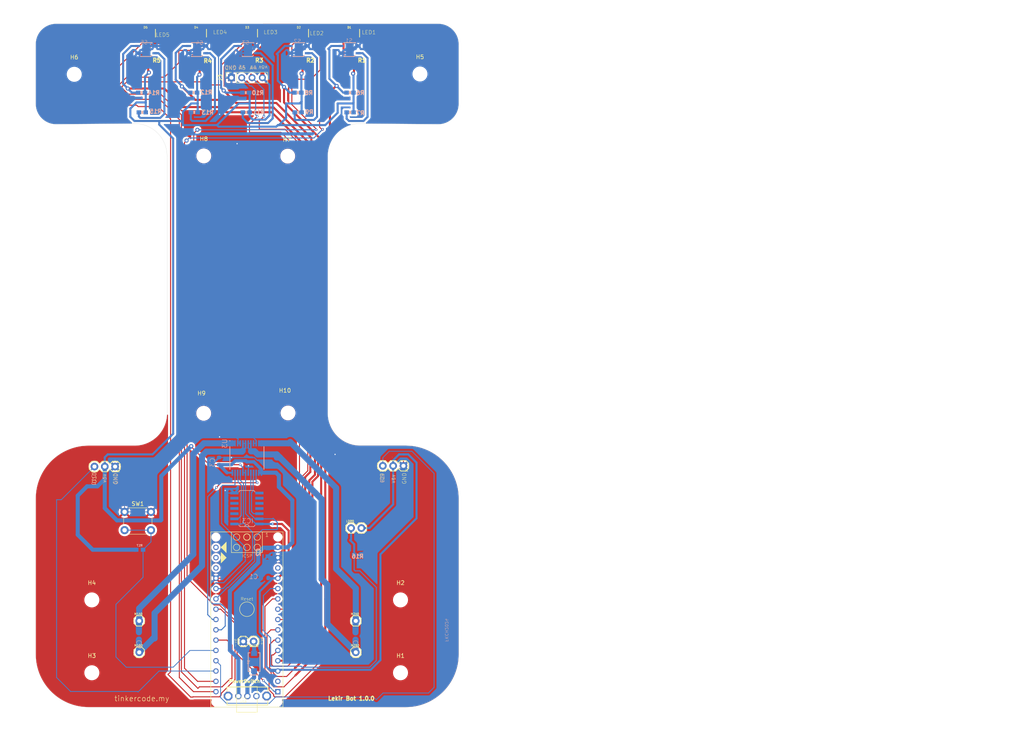
<source format=kicad_pcb>
(kicad_pcb (version 20221018) (generator pcbnew)
  (layers (0 "F.Cu" signal) (31 "B.Cu" signal) (34 "B.Paste" user) (35 "F.Paste" user) (36 "B.SilkS" user "B.Silkscreen") (37 "F.SilkS" user "F.Silkscreen") (38 "B.Mask" user) (39 "F.Mask" user) (44 "Edge.Cuts" user))
  (net 0 "")
  (net 1 "+5V")
  (net 2 "GND")
  (net 3 "/+3V3")
  (net 4 "/AD0")
  (net 5 "/AD1")
  (net 6 "/AD2")
  (net 7 "/AD3")
  (net 8 "/AD4")
  (net 9 "/AD5")
  (net 10 "/AD6")
  (net 11 "/AD7")
  (net 12 "/RESET")
  (net 13 "/VIN")
  (net 14 "/IO0")
  (net 15 "/IO1")
  (net 17 "/IO2")
  (net 18 "/IO3")
  (net 19 "/IO4")
  (net 20 "/IO5")
  (net 21 "/IO6")
  (net 22 "/IO7")
  (net 23 "/IO8")
  (net 24 "/IO9")
  (net 25 "Net-(BATT0-Pad1)")
  (net 26 "/A02")
  (net 27 "/A01")
  (net 28 "/B02")
  (net 29 "/B01")
  (net 30 "Net-(D2-PadA)")
  (net 31 "Net-(D3-PadA)")
  (net 32 "Net-(D4-PadA)")
  (net 33 "Net-(D5-PadA)")
  (net 34 "Net-(D7-PadC)")
  (net 35 "Net-(IC3A-O)")
  (net 44 "Net-(IC3F-O)")
  (net 45 "Net-(U2-A)")
  (net 46 "Net-(U5-A)")
  (net 47 "Net-(U6-A)")
  (net 48 "Net-(U7-A)")
  (net 49 "Net-(U8-A)")
  (net 51 "/IO13")
  (net 52 "/IO10")
  (net 53 "/IO11")
  (net 54 "/IO12")
  (net 55 "Net-(D1-PadA)")
  (footprint "lekirbot:0603" (layer "F.Cu") (at 109.9452 27.9652)
    (fp_text reference "R1")
    (fp_text value "100OHM-0603-1/10W-1%" hide)
  )
  (footprint "lekirbot:0603" (layer "F.Cu") (at 97.2804 27.9652)
    (fp_text reference "R2")
    (fp_text value "100OHM-0603-1/10W-1%" hide)
  )
  (footprint "Connector_PinSocket_2.54mm:PinSocket_1x04_P2.54mm_Vertical" (layer "F.Cu") (at 80.62 32.08 90)
    (fp_text reference "J3")
    (fp_text value "Conn_01x04_Pin")
  )
  (footprint "MountingHole:MountingHole_3.2mm_M3" (layer "F.Cu") (at 46.2407 178.7346)
    (fp_text reference "H3")
    (fp_text value "MountingHole")
  )
  (footprint "lekirbot:1X03" (layer "F.Cu") (at 122.9872 127.7364 180)
    (fp_text reference "J1")
    (fp_text value "455-1750-1-ND" hide)
  )
  (footprint "lekirbot:FKIT-LED-1206" (layer "F.Cu") (at 97.0792 21.1072)
    (fp_text reference "D2")
    (fp_text value "LED-FKIT-1206" hide)
  )
  (footprint "lekirbot:1X01" (layer "F.Cu") (at 57.912 165.9457)
    (fp_text reference "M1A0")
    (fp_text value "CONN_01")
  )
  (footprint "lekirbot:1X03" (layer "F.Cu") (at 51.9688 127.9142 180)
    (fp_text reference "J2")
    (fp_text value "455-1750-1-ND" hide)
  )
  (footprint "MountingHole:MountingHole_3.2mm_M3" (layer "F.Cu") (at 46.2407 160.7768)
    (fp_text reference "H4")
    (fp_text value "MountingHole")
  )
  (footprint "lekirbot:FKIT-LED-1206" (layer "F.Cu") (at 109.6522 21.1072)
    (fp_text reference "D1")
    (fp_text value "LED-FKIT-1206" hide)
  )
  (footprint "Button_Switch_THT:SW_PUSH_6mm" (layer "F.Cu") (at 54.308 139.086)
    (fp_text reference "SW1")
    (fp_text value "SW_Push")
  )
  (footprint "lekirbot:FKIT-LED-1206" (layer "F.Cu") (at 71.9332 21.1072)
    (fp_text reference "D4")
    (fp_text value "LED-FKIT-1206" hide)
  )
  (footprint "MountingHole:MountingHole_3.2mm_M3" (layer "F.Cu") (at 127.0512 31.1656)
    (fp_text reference "H5")
    (fp_text value "MountingHole")
  )
  (footprint "lekirbot:1X02" (layer "F.Cu") (at 110.084 143.078)
    (fp_text reference "LDR0")
    (fp_text value "CONN_02")
  )
  (footprint "lekirbot:1X02" (layer "F.Cu") (at 86.081 171.018 180)
    (fp_text reference "BATT0")
    (fp_text value "CONN_02")
  )
  (footprint "lekirbot:FKIT-LED-1206" (layer "F.Cu") (at 84.5062 21.1072)
    (fp_text reference "D3")
    (fp_text value "LED-FKIT-1206" hide)
  )
  (footprint "lekirbot:0603" (layer "F.Cu") (at 59.2858 27.9652)
    (fp_text reference "R5")
    (fp_text value "100OHM-0603-1/10W-1%" hide)
  )
  (footprint "lekirbot:ARDUINO_NANO" (layer "F.Cu") (at 84.43 163.068 90)
    (fp_text reference "ARDUINO_NANO1" hide)
    (fp_text value "ARDUINO_NANO" hide)
  )
  (footprint "MountingHole:MountingHole_3.2mm_M3" (layer "F.Cu") (at 73.8128 51.3586)
    (fp_text reference "H8")
    (fp_text value "MountingHole")
  )
  (footprint "lekirbot:0603" (layer "F.Cu") (at 84.6155 27.9652)
    (fp_text reference "R3")
    (fp_text value "100OHM-0603-1/10W-1%" hide)
  )
  (footprint "lekirbot:EG1213" (layer "F.Cu") (at 84.557 184.48)
    (fp_text reference "S2X0" hide)
    (fp_text value "EG1213" hide)
  )
  (footprint "lekirbot:1X01" (layer "F.Cu") (at 57.912 173.6927)
    (fp_text reference "M1B0")
    (fp_text value "CONN_01")
  )
  (footprint "MountingHole:MountingHole_3.2mm_M3" (layer "F.Cu") (at 94.5646 114.7062)
    (fp_text reference "H10")
    (fp_text value "MountingHole")
  )
  (footprint "MountingHole:MountingHole_3.2mm_M3" (layer "F.Cu") (at 94.4884 51.4094)
    (fp_text reference "H7")
    (fp_text value "MountingHole")
  )
  (footprint "MountingHole:MountingHole_3.2mm_M3" (layer "F.Cu") (at 73.7874 114.7824)
    (fp_text reference "H9")
    (fp_text value "MountingHole")
  )
  (footprint "lekirbot:1X01" (layer "F.Cu") (at 111.252 165.9457)
    (fp_text reference "M2A0")
    (fp_text value "CONN_01")
  )
  (footprint "lekirbot:1X01" (layer "F.Cu") (at 111.252 173.6927)
    (fp_text reference "M2B0")
    (fp_text value "CONN_01")
  )
  (footprint "MountingHole:MountingHole_3.2mm_M3" (layer "F.Cu") (at 41.9104 31.2418)
    (fp_text reference "H6")
    (fp_text value "MountingHole")
  )
  (footprint "MountingHole:MountingHole_3.2mm_M3" (layer "F.Cu") (at 122.2629 178.7346)
    (fp_text reference "H1")
    (fp_text value "MountingHole")
  )
  (footprint "lekirbot:FKIT-LED-1206" (layer "F.Cu") (at 59.3602 21.1072)
    (fp_text reference "D5")
    (fp_text value "LED-FKIT-1206" hide)
  )
  (footprint "lekirbot:0603" (layer "F.Cu") (at 71.9507 27.9652)
    (fp_text reference "R4")
    (fp_text value "100OHM-0603-1/10W-1%" hide)
  )
  (footprint "MountingHole:MountingHole_3.2mm_M3" (layer "F.Cu") (at 122.2629 160.7768)
    (fp_text reference "H2")
    (fp_text value "MountingHole")
  )
  (footprint "lekirbot:C0603-ROUND" (layer "B.Cu") (at 77.572 126.568 -90)
    (fp_text reference "C3")
    (fp_text value "100n")
  )
  (footprint "lekirbot:QRE1113-1_1" (layer "B.Cu") (at 59.665 25.1458 180)
    (fp_text reference "U2" hide)
    (fp_text value "QRE11131:1" hide)
  )
  (footprint "lekirbot:QRE1113-1_1" (layer "B.Cu") (at 84.6967 25.1458 180)
    (fp_text reference "U6" hide)
    (fp_text value "QRE11131:1" hide)
  )
  (footprint "lekirbot:QRE1113-1_1" (layer "B.Cu") (at 109.7284 25.1458 180)
    (fp_text reference "U8" hide)
    (fp_text value "QRE11131:1" hide)
  )
  (footprint "lekirbot:SMA-DIODE" (layer "B.Cu") (at 86.208 176.1062 -90)
    (fp_text reference "D7")
    (fp_text value "DIODE-SCHOTTKY-SS14" hide)
  )
  (footprint "lekirbot:0603" (layer "B.Cu") (at 58.014 148.412 180)
    (fp_text reference "R17")
    (fp_text value "1kOHM-0603-1/10W-1%")
  )
  (footprint "lekirbot:0603-RES" (layer "B.Cu") (at 71.3216 35.7628 180)
    (fp_text reference "R12")
    (fp_text value "10K")
  )
  (footprint "lekirbot:0805" (layer "B.Cu") (at 89.637 149.047 -90)
    (fp_text reference "C2")
    (fp_text value "22UF-0805-6.3V-20%" hide)
  )
  (footprint "lekirbot:C0603-ROUND" (layer "B.Cu") (at 57.8358 169.6541 90)
    (fp_text reference "C6")
    (fp_text value "100n")
  )
  (footprint "lekirbot:SOP65P760X160-24N" (layer "B.Cu") (at 84.43 125.806 -90)
    (fp_text reference "U3")
    (fp_text value "TB6612FNG(O,C,8,EL")
  )
  (footprint "lekirbot:0603" (layer "B.Cu") (at 111.696 149.682 180)
    (fp_text reference "R16")
    (fp_text value "100OHM-0603-1/10W-1%" hide)
  )
  (footprint "lekirbot:0603-RES" (layer "B.Cu") (at 71.4647 40.6142)
    (fp_text reference "R13")
    (fp_text value "100")
  )
  (footprint "lekirbot:C0603-ROUND" (layer "B.Cu") (at 88.7988 155.3716)
    (fp_text reference "C1")
    (fp_text value "100n")
  )
  (footprint "lekirbot:QRE1113-1_1" (layer "B.Cu") (at 97.2126 25.1458 180)
    (fp_text reference "U7" hide)
    (fp_text value "QRE11131:1" hide)
  )
  (footprint "lekirbot:0603-RES" (layer "B.Cu") (at 84.2596 40.6142)
    (fp_text reference "R11")
    (fp_text value "100")
  )
  (footprint "lekirbot:SO14" (layer "B.Cu") (at 84.43 138.252 90)
    (fp_text reference "IC3")
    (fp_text value "7404D")
  )
  (footprint "lekirbot:0603-RES" (layer "B.Cu") (at 58.6698 40.6142)
    (fp_text reference "R15")
    (fp_text value "100")
  )
  (footprint "lekirbot:0603-RES" (layer "B.Cu") (at 84.158 35.7628 180)
    (fp_text reference "R10")
    (fp_text value "10K")
  )
  (footprint "lekirbot:C0603-ROUND" (layer "B.Cu") (at 111.1758 169.6795 90)
    (fp_text reference "C7")
    (fp_text value "100n")
  )
  (footprint "lekirbot:QRE1113-1_1" (layer "B.Cu") (at 72.1809 25.1458 180)
    (fp_text reference "U5" hide)
    (fp_text value "QRE11131:1" hide)
  )
  (footprint "lekirbot:0603-RES" (layer "B.Cu") (at 109.8494 40.6142)
    (fp_text reference "R7")
    (fp_text value "100")
  )
  (footprint "lekirbot:0603-RES" (layer "B.Cu") (at 58.4852 35.7628 180)
    (fp_text reference "R14")
    (fp_text value "10K")
  )
  (footprint "lekirbot:0603-RES" (layer "B.Cu") (at 97.0545 40.6142)
    (fp_text reference "R9")
    (fp_text value "100")
  )
  (footprint "lekirbot:0603-RES" (layer "B.Cu") (at 96.9944 35.7628 180)
    (fp_text reference "R8")
    (fp_text value "10K")
  )
  (footprint "lekirbot:0603-RES" (layer "B.Cu") (at 109.8308 35.7628 180)
    (fp_text reference "R6")
    (fp_text value "10K")
  )
  (gr_arc (start 56.70344 43.374323) (mid 62.403531 45.693564) (end 64.7704 51.374043) (stroke (width 0.05)) (layer "Edge.Cuts"))
  (gr_line (start 56.7704 122.758) (end 45.4362 122.758) (stroke (width 0.05)) (layer "Edge.Cuts"))
  (gr_line (start 136.5758 135.758) (end 136.5758 174.198) (stroke (width 0.05)) (layer "Edge.Cuts"))
  (gr_arc (start 45.4362 187.198) (mid 36.243812 183.390388) (end 32.4362 174.198) (stroke (width 0.05)) (layer "Edge.Cuts"))
  (gr_circle (center 122.2252 128.2444) (end 122.3522 128.2444) (stroke (width 0.05)) (fill none) (layer "Edge.Cuts"))
  (gr_line (start 37.4358 18.796) (end 131.5758 18.796) (stroke (width 0.05)) (layer "Edge.Cuts"))
  (gr_line (start 123.5758 187.198) (end 45.4362 187.198) (stroke (width 0.05)) (layer "Edge.Cuts"))
  (gr_arc (start 131.5758 18.796) (mid 135.111334 20.260466) (end 136.5758 23.796) (stroke (width 0.05)) (layer "Edge.Cuts"))
  (gr_arc (start 32.4358 23.796) (mid 33.900266 20.260466) (end 37.4358 18.796) (stroke (width 0.05)) (layer "Edge.Cuts"))
  (gr_arc (start 123.5758 122.758) (mid 132.768188 126.565612) (end 136.5758 135.758) (stroke (width 0.05)) (layer "Edge.Cuts"))
  (gr_line (start 104.3436 114.758) (end 104.3436 51.374297) (stroke (width 0.05)) (layer "Edge.Cuts"))
  (gr_arc (start 32.4362 135.758) (mid 36.243812 126.565612) (end 45.4362 122.758) (stroke (width 0.05)) (layer "Edge.Cuts"))
  (gr_arc (start 136.5758 174.198) (mid 132.768188 183.390388) (end 123.5758 187.198) (stroke (width 0.05)) (layer "Edge.Cuts"))
  (gr_arc (start 112.3436 122.758) (mid 106.686746 120.414854) (end 104.3436 114.758) (stroke (width 0.05)) (layer "Edge.Cuts"))
  (gr_line (start 136.5758 23.796) (end 136.5758 38.5356) (stroke (width 0.05)) (layer "Edge.Cuts"))
  (gr_line (start 32.4358 38.5356) (end 32.4358 23.796) (stroke (width 0.05)) (layer "Edge.Cuts"))
  (gr_circle (center 120.1932 125.6028) (end 120.1932 125.6028) (stroke (width 0.05)) (fill none) (layer "Edge.Cuts"))
  (gr_line (start 37.4358 43.5356) (end 56.70344 43.374323) (stroke (width 0.05)) (layer "Edge.Cuts"))
  (gr_arc (start 104.3436 51.374297) (mid 106.71056 45.693731) (end 112.410812 43.374579) (stroke (width 0.05)) (layer "Edge.Cuts"))
  (gr_arc (start 64.7704 114.758) (mid 62.427254 120.414854) (end 56.7704 122.758) (stroke (width 0.05)) (layer "Edge.Cuts"))
  (gr_line (start 112.410812 43.374579) (end 131.5758 43.5356) (stroke (width 0.05)) (layer "Edge.Cuts"))
  (gr_line (start 64.7704 114.758) (end 64.7704 51.374043) (stroke (width 0.05)) (layer "Edge.Cuts"))
  (gr_arc (start 136.5758 38.5356) (mid 135.111334 42.071134) (end 131.5758 43.5356) (stroke (width 0.05)) (layer "Edge.Cuts"))
  (gr_arc (start 37.4358 43.5356) (mid 33.900266 42.071134) (end 32.4358 38.5356) (stroke (width 0.05)) (layer "Edge.Cuts"))
  (gr_line (start 123.5758 122.758) (end 112.3436 122.758) (stroke (width 0.05)) (layer "Edge.Cuts"))
  (gr_line (start 32.4362 174.198) (end 32.4362 135.758) (stroke (width 0.05)) (layer "Edge.Cuts"))
  (gr_text "IO10" (at 47.2698 129.2604 90) (layer "B.SilkS") (effects (font (size 0.93472 0.93472) (thickness 0.08128)) (justify left bottom mirror)))
  (gr_text "S5" (at 60.046 23.9266) (layer "B.SilkS") (effects (font (size 0.93472 0.93472) (thickness 0.08128)) (justify left bottom mirror)))
  (gr_text "GND" (at 78.969 28.905 180) (layer "B.SilkS") (effects (font (size 0.93472 0.93472) (thickness 0.08128)) (justify left bottom mirror)))
  (gr_text "S4" (at 73.684843 24.0028) (layer "B.SilkS") (effects (font (size 0.93472 0.93472) (thickness 0.08128)) (justify left bottom mirror)))
  (gr_text "S1" (at 110.4904 23.4694) (layer "B.SilkS") (effects (font (size 0.93472 0.93472) (thickness 0.08128)) (justify left bottom mirror)))
  (gr_text "FKCH2024" (at 134.0358 165.285331 270) (layer "B.SilkS") (effects (font (size 0.747776 0.747776) (thickness 0.065024)) (justify right top mirror)))
  (gr_text "+5V" (at 120.9044 129.6922 90) (layer "B.SilkS") (effects (font (size 0.747776 0.747776) (thickness 0.065024)) (justify left bottom mirror)))
  (gr_text "A4" (at 86.97 30.1496) (layer "B.SilkS") (effects (font (size 0.93472 0.93472) (thickness 0.08128)) (justify left bottom mirror)))
  (gr_text "+5V" (at 87.224 29.032 180) (layer "B.SilkS") (effects (font (size 0.747776 0.747776) (thickness 0.065024)) (justify left bottom mirror)))
  (gr_text "GND" (at 52.7562 129.4636 90) (layer "B.SilkS") (effects (font (size 0.93472 0.93472) (thickness 0.08128)) (justify left bottom mirror)))
  (gr_text "A5" (at 84.049 30.048) (layer "B.SilkS") (effects (font (size 0.93472 0.93472) (thickness 0.08128)) (justify left bottom mirror)))
  (gr_text "+5V" (at 49.8606 129.5906 90) (layer "B.SilkS") (effects (font (size 0.747776 0.747776) (thickness 0.065024)) (justify left bottom mirror)))
  (gr_text "S3" (at 85.054158 24.0028) (layer "B.SilkS") (effects (font (size 0.93472 0.93472) (thickness 0.08128)) (justify left bottom mirror)))
  (gr_text "S2" (at 97.8158 23.6218) (layer "B.SilkS") (effects (font (size 0.93472 0.93472) (thickness 0.08128)) (justify left bottom mirror)))
  (gr_text "IO9" (at 118.3898 129.5652 90) (layer "B.SilkS") (effects (font (size 0.93472 0.93472) (thickness 0.08128)) (justify left bottom mirror)))
  (gr_text "A5\n" (at 82.398 30.175) (layer "F.SilkS") (effects (font (size 0.93472 0.93472) (thickness 0.08128)) (justify left bottom)))
  (gr_text "+5V" (at 49.7844 132.0036 90) (layer "F.SilkS") (effects (font (size 0.747776 0.747776) (thickness 0.065024)) (justify left bottom)))
  (gr_text "Lekir Bot 1.0.0" (at 104.2924 185.656131) (layer "F.SilkS") (effects (font (size 1 1) (thickness 0.25) bold) (justify left bottom)))
  (gr_text "+5V" (at 121.0822 132.2068 90) (layer "F.SilkS") (effects (font (size 0.747776 0.747776) (thickness 0.065024)) (justify left bottom)))
  (gr_text "LED2" (at 103.3784 20.5738) (layer "F.SilkS") (effects (font (size 0.93472 0.93472) (thickness 0.08128)) (justify right top)))
  (gr_text "+5V" (at 89.637 29.0574 180) (layer "F.SilkS") (effects (font (size 0.747776 0.747776) (thickness 0.065024)) (justify left bottom)))
  (gr_text "+ve" (at 88.494 172.034 90) (layer "F.SilkS") (effects (font (size 0.747776 0.747776) (thickness 0.065024)) (justify left bottom)))
  (gr_text "GND" (at 52.5784 132.3846 90) (layer "F.SilkS") (effects (font (size 0.93472 0.93472) (thickness 0.08128)) (justify left bottom)))
  (gr_text "tinkercode.my" (at 51.7148 185.8516) (layer "F.SilkS") (effects (font (size 1.308608 1.308608) (thickness 0.113792)) (justify left bottom)))
  (gr_text "-ve" (at 81.128 170.256 90) (layer "F.SilkS") (effects (font (size 0.747776 0.747776) (thickness 0.065024)) (justify right top)))
  (gr_text "A4" (at 85.065 30.175) (layer "F.SilkS") (effects (font (size 0.93472 0.93472) (thickness 0.08128)) (justify left bottom)))
  (gr_text "GND" (at 123.7492 132.3084 90) (layer "F.SilkS") (effects (font (size 0.93472 0.93472) (thickness 0.08128)) (justify left bottom)))
  (gr_text "LED4" (at 76.048 21.412) (layer "F.SilkS") (effects (font (size 0.93472 0.93472) (thickness 0.08128)) (justify left bottom)))
  (gr_text "IO9" (at 118.3136 131.902 90) (layer "F.SilkS") (effects (font (size 0.93472 0.93472) (thickness 0.08128)) (justify left bottom)))
  (gr_text "LED5" (at 61.9002 22.0597) (layer "F.SilkS") (effects (font (size 0.93472 0.93472) (thickness 0.08128)) (justify left bottom)))
  (gr_text "GND" (at 81.89 29.0828 180) (layer "F.SilkS") (effects (font (size 0.93472 0.93472) (thickness 0.08128)) (justify left bottom)))
  (gr_text "LED3" (at 88.494 21.412) (layer "F.SilkS") (effects (font (size 0.93472 0.93472) (thickness 0.08128)) (justify left bottom)))
  (gr_text "LED1" (at 116.2308 20.3452) (layer "F.SilkS") (effects (font (size 0.93472 0.93472) (thickness 0.08128)) (justify right top)))
  (gr_text "IO10" (at 47.4222 132.5624 90) (layer "F.SilkS") (effects (font (size 0.93472 0.93472) (thickness 0.08128)) (justify left bottom)))
  (segment (start 82.779 127.457) (end 75.159 127.457) (width 0.254) (layer "F.Cu") (net 1))
  (segment (start 94.717 143.713) (end 94.717 152.781) (width 0.508) (layer "F.Cu") (net 1))
  (segment (start 94.717 152.781) (end 92.05 155.448) (width 0.508) (layer "F.Cu") (net 1))
  (segment (start 85.4655 27.9652) (end 86.6652 27.9652) (width 1) (layer "F.Cu") (net 1))
  (segment (start 86.6652 27.9652) (end 88.24 29.54) (width 1) (layer "F.Cu") (net 1))
  (segment (start 70.714 122.885) (end 70.587 122.885) (width 0.254) (layer "F.Cu") (net 1))
  (segment (start 93.066 142.062) (end 94.717 143.713) (width 0.508) (layer "F.Cu") (net 1))
  (segment (start 98.1304 27.9652) (end 98.1304 30.8256) (width 0.508) (layer "F.Cu") (net 1))
  (segment (start 70.587 122.885) (end 70.714 123.012) (width 0.254) (layer "F.Cu") (net 1))
  (segment (start 88.24 29.54) (end 88.24 32.08) (width 1) (layer "F.Cu") (net 1))
  (segment (start 60.1358 30.6458) (end 60.1358 27.9652) (width 0.508) (layer "F.Cu") (net 1))
  (segment (start 90.78 142.062) (end 93.066 142.062) (width 0.508) (layer "F.Cu") (net 1))
  (segment (start 110.7952 27.9652) (end 110.7952 30.8608) (width 0.508) (layer "F.Cu") (net 1))
  (segment (start 72.8007 31.2633) (end 72.746 31.318) (width 0.508) (layer "F.Cu") (net 1))
  (segment (start 98.1304 30.8256) (end 97.892 31.064) (width 0.508) (layer "F.Cu") (net 1))
  (segment (start 75.159 127.457) (end 70.714 123.012) (width 0.254) (layer "F.Cu") (net 1))
  (segment (start 110.7952 30.8608) (end 110.592 31.064) (width 0.508) (layer "F.Cu") (net 1))
  (segment (start 60.3 30.81) (end 60.1358 30.6458) (width 0.508) (layer "F.Cu") (net 1))
  (segment (start 72.8007 27.9652) (end 72.8007 31.2633) (width 0.508) (layer "F.Cu") (net 1))
  (segment (start 70.714 123.012) (end 70.714 122.885) (width 0.254) (layer "F.Cu") (net 1))
  (via (at 70.714 122.885) (size 1) (drill 0.5) (layers "F.Cu" "B.Cu") (net 1))
  (via (at 110.592 31.064) (size 1) (drill 0.5) (layers "F.Cu" "B.Cu") (net 1))
  (via (at 82.779 127.457) (size 0.6) (drill 0.3) (layers "F.Cu" "B.Cu") (net 1))
  (via (at 60.3 30.81) (size 1) (drill 0.5) (layers "F.Cu" "B.Cu") (net 1))
  (via (at 97.892 31.064) (size 1) (drill 0.5) (layers "F.Cu" "B.Cu") (net 1))
  (via (at 72.746 31.318) (size 1) (drill 0.5) (layers "F.Cu" "B.Cu") (net 1))
  (via (at 90.78 142.062) (size 0.6) (drill 0.3) (layers "F.Cu" "B.Cu") (net 1))
  (segment (start 92.304 43.764) (end 94.082 41.986) (width 0.508) (layer "B.Cu") (net 1))
  (segment (start 70.7329 38.43) (end 72.3147 38.43) (width 0.508) (layer "B.Cu") (net 1))
  (segment (start 89.7642 155.448) (end 89.6878 155.3716) (width 0.508) (layer "B.Cu") (net 1))
  (segment (start 90.323 178.308) (end 92.05 178.308) (width 0.508) (layer "B.Cu") (net 1))
  (segment (start 59.5198 40.6142) (end 59.5198 35.9474) (width 0.508) (layer "B.Cu") (net 1))
  (segment (start 68.682 40.4809) (end 70.7329 38.43) (width 0.508) (layer "B.Cu") (net 1))
  (segment (start 89.129 177.114) (end 90.323 178.308) (width 0.508) (layer "B.Cu") (net 1))
  (segment (start 77.064 43.764) (end 77.445 44.145) (width 0.508) (layer "B.Cu") (net 1))
  (segment (start 89.129 170.256) (end 89.129 177.114) (width 0.508) (layer "B.Cu") (net 1))
  (segment (start 85.1096 35.8644) (end 85.008 35.7628) (width 0.508) (layer "B.Cu") (net 1))
  (segment (start 63.221 141.173) (end 63.348 141.046) (width 1) (layer "B.Cu") (net 1))
  (segment (start 77.445 44.145) (end 91.669 44.145) (width 0.508) (layer "B.Cu") (net 1))
  (segment (start 47.6 132.791) (end 49.4288 130.9622) (width 1) (layer "B.Cu") (net 1))
  (segment (start 57.252 38.176) (end 59.538 38.176) (width 0.508) (layer "B.Cu") (net 1))
  (segment (start 114.919026 178.003) (end 117.323 175.599026) (width 0.508) (layer "B.Cu") (net 1))
  (segment (start 72.3147 38.43) (end 72.3147 35.9059) (width 0.508) (layer "B.Cu") (net 1))
  (segment (start 85.1096 40.6142) (end 85.1096 38.43) (width 0.508) (layer "B.Cu") (net 1))
  (segment (start 50.14 124.917) (end 49.4288 125.6282) (width 0.508) (layer "B.Cu") (net 1))
  (segment (start 97.9045 35.8229) (end 97.8444 35.7628) (width 0.508) (layer "B.Cu") (net 1))
  (segment (start 45.06 132.791) (end 47.6 132.791) (width 1) (layer "B.Cu") (net 1))
  (segment (start 46.457 148.412) (end 42.774 144.729) (width 1) (layer "B.Cu") (net 1))
  (segment (start 62.84 43.637) (end 66.269 47.066) (width 0.508) (layer "B.Cu") (net 1))
  (segment (start 92.05 43.764) (end 103.734 43.764) (width 0.508) (layer "B.Cu") (net 1))
  (segment (start 97.8444 35.7628) (end 97.8444 31.1116) (width 0.508) (layer "B.Cu") (net 1))
  (segment (start 85.1096 38.43) (end 85.1096 35.8644) (width 0.508) (layer "B.Cu") (net 1))
  (segment (start 42.774 135.077) (end 45.06 132.791) (width 1) (layer "B.Cu") (net 1))
  (segment (start 55.728 41.732) (end 55.728 39.7) (width 0.508) (layer "B.Cu") (net 1))
  (segment (start 62.84 42.748) (end 62.84 43.637) (width 0.508) (layer "B.Cu") (net 1))
  (segment (start 72.3147 35.9059) (end 72.1716 35.7628) (width 0.508) (layer "B.Cu") (net 1))
  (segment (start 90.135974 178.003) (end 114.919026 178.003) (width 0.508) (layer "B.Cu") (net 1))
  (segment (start 120.4472 127.7364) (end 120.4472 126.3648) (width 0.508) (layer "B.Cu") (net 1))
  (segment (start 91.9736 155.3716) (end 92.05 155.448) (width 0.508) (layer "B.Cu") (net 1))
  (segment (start 97.3965 38.43) (end 97.9045 37.922) (width 0.508) (layer "B.Cu") (net 1))
  (segment (start 106.782 40.716) (end 106.782 38.43) (width 0.508) (layer "B.Cu") (net 1))
  (segment (start 126.213 140.665) (end 126.213 126.949) (width 0.508) (layer "B.Cu") (net 1))
  (segment (start 66.269 119.837) (end 61.316 124.79) (width 0.508) (layer "B.Cu") (net 1))
  (segment (start 120.4472 137.236) (end 120.4472 127.7364) (width 0.508) (layer "B.Cu") (net 1))
  (segment (start 59.3352 31.7748) (end 59.3352 35.7628) (width 0.508) (layer "B.Cu") (net 1))
  (segment (start 97.8444 31.1116) (end 97.892 31.064) (width 0.508) (layer "B.Cu") (net 1))
  (segment (start 86.63071 142.062) (end 84.105 139.53629) (width 0.254) (layer "B.Cu") (net 1))
  (segment (start 84.105 139.53629) (end 84.105 129.431) (width 0.254) (layer "B.Cu") (net 1))
  (segment (start 90.78 142.062) (end 87.5034 142.062) (width 0.508) (layer "B.Cu") (net 1))
  (segment (start 87.5034 142.062) (end 86.63071 142.062) (width 0.254) (layer "B.Cu") (net 1))
  (segment (start 121.895 124.917) (end 123.038 124.917) (width 0.508) (layer "B.Cu") (net 1))
  (segment (start 72.3147 40.6142) (end 72.3147 38.43) (width 0.508) (layer "B.Cu") (net 1))
  (segment (start 82.779 127.457) (end 83.455 128.133) (width 0.254) (layer "B.Cu") (net 1))
  (segment (start 68.682 43.764) (end 68.682 43.256) (width 0.508) (layer "B.Cu") (net 1))
  (segment (start 68.174 42.748) (end 62.84 42.748) (width 0.508) (layer "B.Cu") (net 1))
  (segment (start 124.181 124.917) (end 123.038 124.917) (width 0.508) (layer "B.Cu") (net 1))
  (segment (start 85.1096 40.6142) (end 85.1096 41.6496) (width 0.508) (layer "B.Cu") (net 1))
  (segment (start 87.605 168.732) (end 89.129 170.256) (width 0.508) (layer "B.Cu") (net 1))
  (segment (start 66.269 47.066) (end 66.269 119.837) (width 0.508) (layer "B.Cu") (net 1))
  (segment (start 94.082 41.986) (end 94.082 38.43) (width 0.508) (layer "B.Cu") (net 1))
  (segment (start 61.189 124.917) (end 61.189 124.917) (width 0.508) (layer "B.Cu") (net 1))
  (segment (start 126.213 126.949) (end 124.181 124.917) (width 0.508) (layer "B.Cu") (net 1))
  (segment (start 84.105 129.431) (end 83.455 129.431) (width 0.254) (layer "B.Cu") (net 1))
  (segment (start 117.323 175.599026) (end 117.323 149.555) (width 0.508) (layer "B.Cu") (net 1))
  (segment (start 106.782 38.43) (end 110.4454 38.43) (width 0.508) (layer "B.Cu") (net 1))
  (segment (start 91.669 44.145) (end 92.05 43.764) (width 0.508) (layer "B.Cu") (net 1))
  (segment (start 92.05 155.448) (end 90.856 155.448) (width 0.508) (layer "B.Cu") (net 1))
  (segment (start 49.4288 125.6282) (end 49.4288 127.9142) (width 0.508) (layer "B.Cu") (net 1))
  (segment (start 110.6994 40.6142) (end 110.6994 38.176) (width 0.508) (layer "B.Cu") (net 1))
  (segment (start 97.9045 40.6142) (end 97.9045 37.922) (width 0.508) (layer "B.Cu") (net 1))
  (segment (start 55.728 39.7) (end 57.252 38.176) (width 0.508) (layer "B.Cu") (net 1))
  (segment (start 52.426 141.173) (end 63.221 141.173) (width 1) (layer "B.Cu") (net 1))
  (segment (start 110.6994 38.176) (end 110.6994 35.7814) (width 0.508) (layer "B.Cu") (net 1))
  (segment (start 110.6994 35.7814) (end 110.6808 35.7628) (width 0.508) (layer "B.Cu") (net 1))
  (segment (start 68.682 43.256) (end 68.174 42.748) (width 0.508) (layer "B.Cu") (net 1))
  (segment (start 59.5198 35.9474) (end 59.3352 35.7628) (width 0.508) (layer "B.Cu") (net 1))
  (segment (start 82.398 38.43) (end 77.064 43.764) (width 0.508) (layer "B.Cu") (net 1))
  (segment (start 92.05 155.448) (end 89.7642 155.448) (width 0.508) (layer "B.Cu") (net 1))
  (segment (start 49.4288 130.9622) (end 49.4288 138.1758) (width 1) (layer "B.Cu") (net 1))
  (segment (start 112.624 143.078) (end 114.6052 143.078) (width 0.508) (layer "B.Cu") (net 1))
  (segment (start 42.774 144.729) (end 42.774 135.077) (width 1) (layer "B.Cu") (net 1))
  (segment (start 110.6808 35.7628) (end 110.6808 31.1528) (width 0.508) (layer "B.Cu") (net 1))
  (segment (start 90.018 33.858) (end 88.24 32.08) (width 0.508) (layer "B.Cu") (net 1))
  (segment (start 90.018 41.351) (end 90.018 33.858) (width 0.508) (layer "B.Cu") (net 1))
  (segment (start 87.605 158.699) (end 87.605 168.732) (width 0.508) (layer "B.Cu") (net 1))
  (segment (start 60.3 30.81) (end 59.3352 31.7748) (width 0.508) (layer "B.Cu") (net 1))
  (segment (start 77.064 43.764) (end 68.682 43.764) (width 0.508) (layer "B.Cu") (net 1))
  (segment (start 97.9045 37.922) (end 97.9045 35.8229) (width 0.508) (layer "B.Cu") (net 1))
  (segment (start 49.4288 130.9622) (end 49.4288 127.9142) (width 1) (layer "B.Cu") (net 1))
  (segment (start 94.082 38.43) (end 97.3965 38.43) (width 0.508) (layer "B.Cu") (net 1))
  (segment (start 85.873 42.413) (end 88.956 42.413) (width 0.508) (layer "B.Cu") (net 1))
  (segment (start 56.744 42.748) (end 55.728 41.732) (width 0.508) (layer "B.Cu") (net 1))
  (segment (start 110.6808 31.1528) (end 110.592 31.064) (width 0.508) (layer "B.Cu") (net 1))
  (segment (start 63.348 141.046) (end 63.348 130.251) (width 1) (layer "B.Cu") (net 1))
  (segment (start 61.189 124.917) (end 50.14 124.917) (width 0.508) (layer "B.Cu") (net 1))
  (segment (start 72.1716 35.7628) (end 72.1716 31.8924) (width 0.508) (layer "B.Cu") (net 1))
  (segment (start 88.956 42.413) (end 90.018 41.351) (width 0.508) (layer "B.Cu") (net 1))
  (segment (start 85.1096 41.6496) (end 85.873 42.413) (width 0.508) (layer "B.Cu") (net 1))
  (segment (start 92.05 43.764) (end 92.304 43.764) (width 0.508) (layer "B.Cu") (net 1))
  (segment (start 63.348 130.251) (end 70.714 122.885) (width 1) (layer "B.Cu") (net 1))
  (segment (start 92.05 178.308) (end 90.440974 178.308) (width 0.508) (layer "B.Cu") (net 1))
  (segment (start 90.440974 178.308) (end 90.135974 178.003) (width 0.508) (layer "B.Cu") (net 1))
  (segment (start 83.455 128.133) (end 83.455 129.431) (width 0.254) (layer "B.Cu") (net 1))
  (segment (start 62.84 42.748) (end 56.744 42.748) (width 0.508) (layer "B.Cu") (net 1))
  (segment (start 90.856 155.448) (end 87.605 158.699) (width 0.508) (layer "B.Cu") (net 1))
  (segment (start 72.1716 31.8924) (end 72.746 31.318) (width 0.508) (layer "B.Cu") (net 1))
  (segment (start 57.164 148.412) (end 46.457 148.412) (width 1) (layer "B.Cu") (net 1))
  (segment (start 110.4454 38.43) (end 110.6994 38.176) (width 0.508) (layer "B.Cu") (net 1))
  (segment (start 68.682 43.256) (end 68.682 40.4809) (width 0.508) (layer "B.Cu") (net 1))
  (segment (start 49.4288 138.1758) (end 52.426 141.173) (width 1) (layer "B.Cu") (net 1))
  (segment (start 114.6052 143.078) (end 120.4472 137.236) (width 0.508) (layer "B.Cu") (net 1))
  (segment (start 103.734 43.764) (end 106.782 40.716) (width 0.508) (layer "B.Cu") (net 1))
  (segment (start 120.4472 126.3648) (end 121.895 124.917) (width 0.508) (layer "B.Cu") (net 1))
  (segment (start 85.1096 38.43) (end 82.398 38.43) (width 0.508) (layer "B.Cu") (net 1))
  (segment (start 117.323 149.555) (end 126.213 140.665) (width 0.508) (layer "B.Cu") (net 1))
  (segment (start 106.274 124.917) (end 106.147 124.917) (width 0.254) (layer "F.Cu") (net 2))
  (segment (start 79.35 133.553) (end 79.096 133.807) (width 0.254) (layer "F.Cu") (net 2))
  (segment (start 88.367 132.537) (end 87.986 132.918) (width 0.254) (layer "F.Cu") (net 2))
  (segment (start 79.477 133.553) (end 79.35 133.553) (width 0.254) (layer "F.Cu") (net 2))
  (segment (start 78.207 121.107) (end 77.699 120.599) (width 0.254) (layer "F.Cu") (net 2))
  (segment (start 80.62 125.679) (end 78.207 123.266) (width 0.254) (layer "F.Cu") (net 2))
  (segment (start 84.811 127.711) (end 82.779 125.679) (width 0.254) (layer "F.Cu") (net 2))
  (segment (start 81.382 132.918) (end 80.747 133.553) (width 0.254) (layer "F.Cu") (net 2))
  (segment (start 87.986 132.918) (end 82.398 132.918) (width 0.254) (layer "F.Cu") (net 2))
  (segment (start 82.779 125.679) (end 80.62 125.679) (width 0.254) (layer "F.Cu") (net 2))
  (segment (start 106.147 124.917) (end 106.147 124.79) (width 0.254) (layer "F.Cu") (net 2))
  (segment (start 88.494 131.267) (end 88.494 132.41) (width 0.254) (layer "F.Cu") (net 2))
  (segment (start 122.9872 127.7364) (end 122.9872 126.1362) (width 0.254) (layer "F.Cu") (net 2))
  (segment (start 82.017 48.336) (end 82.017 45.415) (width 0.254) (layer "F.Cu") (net 2))
  (segment (start 80.747 133.553) (end 79.477 133.553) (width 0.254) (layer "F.Cu") (net 2))
  (segment (start 106.401 125.044) (end 106.274 124.917) (width 0.254) (layer "F.Cu") (net 2))
  (segment (start 121.895 125.044) (end 106.401 125.044) (width 0.254) (layer "F.Cu") (net 2))
  (segment (start 106.147 124.79) (end 106.274 124.917) (width 0.254) (layer "F.Cu") (net 2))
  (segment (start 90.348 150.368) (end 92.05 150.368) (width 0.254) (layer "F.Cu") (net 2))
  (segment (start 85.268 155.448) (end 90.348 150.368) (width 0.254) (layer "F.Cu") (net 2))
  (segment (start 76.81 155.448) (end 85.268 155.448) (width 0.254) (layer "F.Cu") (net 2))
  (segment (start 82.017 45.415) (end 77.699 41.097) (width 0.254) (layer "F.Cu") (net 2))
  (segment (start 122.9872 126.1362) (end 121.895 125.044) (width 0.254) (layer "F.Cu") (net 2))
  (segment (start 84.811 127.711) (end 88.367 131.267) (width 0.254) (layer "F.Cu") (net 2))
  (segment (start 78.207 123.266) (end 78.207 121.107) (width 0.254) (layer "F.Cu") (net 2))
  (segment (start 82.398 132.918) (end 81.382 132.918) (width 0.254) (layer "F.Cu") (net 2))
  (segment (start 88.367 131.267) (end 88.494 131.267) (width 0.254) (layer "F.Cu") (net 2))
  (segment (start 88.494 132.41) (end 88.367 132.537) (width 0.254) (layer "F.Cu") (net 2))
  (via (at 77.699 120.599) (size 0.6) (drill 0.3) (layers "F.Cu" "B.Cu") (net 2))
  (via (at 80.62 125.679) (size 0.6) (drill 0.3) (layers "F.Cu" "B.Cu") (net 2))
  (via (at 82.017 48.336) (size 0.6) (drill 0.3) (layers "F.Cu" "B.Cu") (net 2))
  (via (at 84.811 127.711) (size 0.6) (drill 0.3) (layers "F.Cu" "B.Cu") (net 2))
  (via (at 79.096 133.807) (size 0.6) (drill 0.3) (layers "F.Cu" "B.Cu") (net 2))
  (via (at 106.147 124.917) (size 0.6) (drill 0.3) (layers "F.Cu" "B.Cu") (net 2))
  (via (at 77.699 41.097) (size 0.6) (drill 0.3) (layers "F.Cu" "B.Cu") (net 2))
  (segment (start 81.127 120.091) (end 81.635 120.599) (width 0.254) (layer "B.Cu") (net 2))
  (segment (start 84.1252 26.0348) (end 85.7 24.46) (width 0.508) (layer "B.Cu") (net 2))
  (segment (start 80.62 28.0033) (end 82.5885 26.0348) (width 1) (layer "B.Cu") (net 2))
  (segment (start 60.808 139.086) (end 54.308 139.086) (width 0.2) (layer "B.Cu") (net 2))
  (segment (start 88.621 126.441) (end 89.764 127.584) (width 0.254) (layer "B.Cu") (net 2))
  (segment (start 82.652 122.435) (end 82.398 122.181) (width 0.254) (layer "B.Cu") (net 2))
  (segment (start 95.1044 26.0348) (end 96.8252 26.0348) (width 0.508) (layer "B.Cu") (net 2))
  (segment (start 82.017 50.733) (end 82.017 48.336) (width 0.254) (layer "B.Cu") (net 2))
  (segment (start 80.62 125.679) (end 86.259524 125.679) (width 0.254) (layer "B.Cu") (net 2))
  (segment (start 82.271 121.647) (end 82.805 122.181) (width 0.254) (layer "B.Cu") (net 2))
  (segment (start 81.3566 134.442) (end 79.731 134.442) (width 0.254) (layer "B.Cu") (net 2))
  (segment (start 83.541 159.7404) (end 87.9098 155.3716) (width 1) (layer "B.Cu") (net 2))
  (segment (start 77.445 23.952) (end 78.461 22.936) (width 0.254) (layer "B.Cu") (net 2))
  (segment (start 86.462 122.181) (end 86.055 122.181) (width 0.254) (layer "B.Cu") (net 2))
  (segment (start 98 22.936) (end 99.3208 24.2568) (width 0.508) (layer "B.Cu") (net 2))
  (segment (start 81.635 120.599) (end 82.016 120.98) (width 0.254) (layer "B.Cu") (net 2))
  (segment (start 82.143 120.091) (end 84.176 120.091) (width 0.254) (layer "B.Cu") (net 2))
  (segment (start 106.147 124.917) (end 100.94 119.71) (width 0.254) (layer "B.Cu") (net 2))
  (segment (start 57.5568 26.0348) (end 58.7252 26.0348) (width 0.508) (layer "B.Cu") (net 2))
  (segment (start 86.6017 24.46) (end 86.8049 24.2568) (width 0.508) (layer "B.Cu") (net 2))
  (segment (start 87.021524 126.441) (end 88.621 126.441) (width 0.254) (layer "B.Cu") (net 2))
  (segment (start 86.259524 125.679) (end 87.021524 126.441) (width 0.254) (layer "B.Cu") (net 2))
  (segment (start 60.5032 24.2568) (end 61.7732 24.2568) (width 0.508) (layer "B.Cu") (net 2))
  (segment (start 109.5252 26.0348) (end 111.3032 24.2568) (width 0.508) (layer "B.Cu") (net 2))
  (segment (start 90.058 150.368) (end 89.637 149.947) (width 0.254) (layer "B.Cu") (net 2))
  (segment (start 122.53 140.411) (end 122.53 129.233236) (width 1.5) (layer "B.Cu") (net 2))
  (segment (start 84.176 120.091) (end 84.176 52.892) (width 0.254) (layer "B.Cu") (net 2))
  (segment (start 98 22.936) (end 110.5158 22.936) (width 0.508) (layer "B.Cu") (net 2))
  (segment (start 85.4841 22.936) (end 86.8049 24.2568) (width 0.508) (layer "B.Cu") (net 2))
  (segment (start 82.805 122.181) (end 82.398 122.181) (width 0.254) (layer "B.Cu") (net 2))
  (segment (start 84.755 129.431) (end 84.811 127.711) (width 0.254) (layer "B.Cu") (net 2))
  (segment (start 86.705 122.181) (end 86.462 122.181) (width 0.254) (layer "B.Cu") (net 2))
  (segment (start 92.05 150.368) (end 95.047 150.368) (width 1) (layer "B.Cu") (net 2))
  (segment (start 85.7 24.46) (end 86.6017 24.46) (width 0.508) (layer "B.Cu") (net 2))
  (segment (start 63.8052 24.2568) (end 65.126 22.936) (width 0.508) (layer "B.Cu") (net 2))
  (segment (start 77.699 120.599) (end 67.158 120.599) (width 0.254) (layer "B.Cu") (net 2))
  (segment (start 91.923 127.584) (end 89.764 127.584) (width 1) (layer "B.Cu") (net 2))
  (segment (start 94.966424 131.013) (end 94.717 131.013) (width 1) (layer "B.Cu") (net 2))
  (segment (start 74.0668 24.2568) (end 74.2891 24.2568) (width 0.508) (layer "B.Cu") (net 2))
  (segment (start 113.259 149.682) (end 122.53 140.411) (width 1.5) (layer "B.Cu") (net 2))
  (segment (start 110.5158 22.936) (end 111.8366 24.2568) (width 0.508) (layer "B.Cu") (net 2))
  (segment (start 96.8252 26.0348) (end 98.6032 24.2568) (width 0.508) (layer "B.Cu") (net 2))
  (segment (start 100.94 119.456) (end 85.954 119.456) (width 0.254) (layer "B.Cu") (net 2))
  (segment (start 122.53 129.233236) (end 122.825758 128.937478) (width 1.5) (layer "B.Cu") (net 2))
  (segment (start 92.05 150.368) (end 87.9098 154.5082) (width 1) (layer "B.Cu") (net 2))
  (segment (start 54.308 139.086) (end 54.308 130.2534) (width 0.2) (layer "B.Cu") (net 2))
  (segment (start 111.3032 24.2568) (end 111.8366 24.2568) (width 0.508) (layer "B.Cu") (net 2))
  (segment (start 122.825758 128.937478) (end 123.08969 128.526791) (width 1.5) (layer "B.Cu") (net 2))
  (segment (start 92.05 150.368) (end 90.058 150.368) (width 1) (layer "B.Cu") (net 2))
  (segment (start 57.6203 130.1367) (end 54.1913 130.1367) (width 0.254) (layer "B.Cu") (net 2))
  (segment (start 94.717 131.013) (end 94.717 130.378) (width 1) (layer "B.Cu") (net 2))
  (segment (start 58.7252 26.0348) (end 60.5032 24.2568) (width 0.508) (layer "B.Cu") (net 2))
  (segment (start 72.746 22.936) (end 74.0668 24.2568) (width 0.508) (layer "B.Cu") (net 2))
  (segment (start 77.699 41.097) (end 77.445 40.843) (width 0.254) (layer "B.Cu") (net 2))
  (segment (start 95.047 150.368) (end 97.13 148.285) (width 1) (layer "B.Cu") (net 2))
  (segment (start 85.319 120.091) (end 86.705 121.477) (width 0.254) (layer "B.Cu") (net 2))
  (segment (start 78.207 120.091) (end 81.127 120.091) (width 0.254) (layer "B.Cu") (net 2))
  (segment (start 94.717 130.378) (end 93.066 128.727) (width 1) (layer "B.Cu") (net 2))
  (segment (start 61.7732 24.2568) (end 63.8052 24.2568) (width 0.508) (layer "B.Cu") (net 2))
  (segment (start 83.541 171.018) (end 83.541 159.7404) (width 1) (layer "B.Cu") (net 2))
  (segment (start 84.176 120.091) (end 85.319 120.091) (width 0.254) (layer "B.Cu") (net 2))
  (segment (start 72.746 22.936) (end 85.192 22.936) (width 0.508) (layer "B.Cu") (net 2))
  (segment (start 84.811 127.711) (end 84.755 127.767) (width 0.254) (layer "B.Cu") (net 2))
  (segment (start 54.1913 130.1367) (end 51.9688 127.9142) (width 0.2) (layer "B.Cu") (net 2))
  (segment (start 54.308 130.2534) (end 54.1913 130.1367) (width 0.2) (layer "B.Cu") (net 2))
  (segment (start 67.158 120.599) (end 66.777 120.98) (width 0.254) (layer "B.Cu") (net 2))
  (segment (start 85.192 22.936) (end 85.4841 22.936) (width 0.508) (layer "B.Cu") (net 2))
  (segment (start 97.13 148.285) (end 97.13 133.176576) (width 1) (layer "B.Cu") (net 2))
  (segment (start 79.731 134.442) (end 79.096 133.807) (width 0.254) (layer "B.Cu") (net 2))
  (segment (start 97.13 133.176576) (end 94.966424 131.013) (width 1) (layer "B.Cu") (net 2))
  (segment (start 86.705 121.477) (end 86.705 122.181) (width 0.254) (layer "B.Cu") (net 2))
  (segment (start 100.94 119.71) (end 100.94 119.456) (width 0.254) (layer "B.Cu") (net 2))
  (segment (start 98.6032 24.2568) (end 99.3208 24.2568) (width 0.508) (layer "B.Cu") (net 2))
  (segment (start 85.954 119.456) (end 85.319 120.091) (width 0.254) (layer "B.Cu") (net 2))
  (segment (start 80.62 125.679) (end 77.572 125.679) (width 0.254) (layer "B.Cu") (net 2))
  (segment (start 70.0727 26.0348) (end 71.4252 26.0348) (width 0.508) (layer "B.Cu") (net 2))
  (segment (start 77.445 40.843) (end 77.445 23.952) (width 0.254) (layer "B.Cu") (net 2))
  (segment (start 80.62 32.08) (end 80.62 28.0033) (width 1) (layer "B.Cu") (net 2))
  (segment (start 93.066 128.727) (end 91.923 127.584) (width 1) (layer "B.Cu") (net 2))
  (segment (start 84.176 52.892) (end 82.017 50.733) (width 0.254) (layer "B.Cu") (net 2))
  (segment (start 65.126 22.936) (end 72.746 22.936) (width 0.508) (layer "B.Cu") (net 2))
  (segment (start 81.635 120.599) (end 82.143 120.091) (width 0.254) (layer "B.Cu") (net 2))
  (segment (start 82.017 48.336) (end 82.017 48.463) (width 0.254) (layer "B.Cu") (net 2))
  (segment (start 85.192 22.936) (end 98 22.936) (width 0.508) (layer "B.Cu") (net 2))
  (segment (start 77.699 120.599) (end 78.207 120.091) (width 0.254) (layer "B.Cu") (net 2))
  (segment (start 71.4252 26.0348) (end 73.2032 24.2568) (width 0.508) (layer "B.Cu") (net 2))
  (segment (start 82.016 120.98) (end 82.271 120.98) (width 0.254) (layer "B.Cu") (net 2))
  (segment (start 87.9098 154.5082) (end 87.9098 155.3716) (width 1) (layer "B.Cu") (net 2))
  (segment (start 82.5885 26.0348) (end 84.1252 26.0348) (width 0.508) (layer "B.Cu") (net 2))
  (segment (start 66.777 120.98) (end 57.6203 130.1367) (width 0.254) (layer "B.Cu") (net 2))
  (segment (start 82.271 120.98) (end 82.271 121.647) (width 0.254) (layer "B.Cu") (net 2))
  (segment (start 73.2032 24.2568) (end 74.2891 24.2568) (width 0.508) (layer "B.Cu") (net 2))
  (segment (start 107.6202 26.0348) (end 109.5252 26.0348) (width 0.508) (layer "B.Cu") (net 2))
  (segment (start 82.398 122.181) (end 82.155 122.181) (width 0.254) (layer "B.Cu") (net 2))
  (segment (start 112.546 149.682) (end 113.259 149.682) (width 1.5) (layer "B.Cu") (net 2))
  (segment (start 100.051 129.235) (end 98.781 130.505) (width 0.508) (layer "F.Cu") (net 4))
  (segment (start 64.11 34.747) (end 68.682 39.319) (width 0.508) (layer "F.Cu") (net 4))
  (segment (start 79.35 40.589) (end 90.526 40.589) (width 0.508) (layer "F.Cu") (net 4))
  (segment (start 93.65 175.768) (end 92.05 175.768) (width 0.508) (layer "F.Cu") (net 4))
  (segment (start 97.257 172.161) (end 93.65 175.768) (width 0.508) (layer "F.Cu") (net 4))
  (segment (start 78.08 39.319) (end 79.35 40.589) (width 0.508) (layer "F.Cu") (net 4))
  (segment (start 98.781 130.505) (end 98.781 166.954) (width 0.508) (layer "F.Cu") (net 4))
  (segment (start 100.051 50.495) (end 100.051 129.235) (width 0.508) (layer "F.Cu") (net 4))
  (segment (start 97.257 168.478) (end 97.257 172.161) (width 0.508) (layer "F.Cu") (net 4))
  (segment (start 55.093 34.747) (end 64.11 34.747) (width 0.508) (layer "F.Cu") (net 4))
  (segment (start 98.019 48.082) (end 98.019 48.463) (width 0.508) (layer "F.Cu") (net 4))
  (segment (start 68.682 39.319) (end 78.08 39.319) (width 0.508) (layer "F.Cu") (net 4))
  (segment (start 90.526 40.589) (end 98.019 48.082) (width 0.508) (layer "F.Cu") (net 4))
  (segment (start 98.781 166.954) (end 97.257 168.478) (width 0.508) (layer "F.Cu") (net 4))
  (segment (start 98.019 48.463) (end 100.051 50.495) (width 0.508) (layer "F.Cu") (net 4))
  (via (at 55.093 34.747) (size 1) (drill 0.5) (layers "F.Cu" "B.Cu") (net 4))
  (segment (start 53.95 26.238) (end 55.9312 24.2568) (width 0.508) (layer "B.Cu") (net 4))
  (segment (start 56.1088 35.7628) (end 55.093 34.747) (width 0.508) (layer "B.Cu") (net 4))
  (segment (start 53.95 33.604) (end 53.95 26.238) (width 0.508) (layer "B.Cu") (net 4))
  (segment (start 55.9312 24.2568) (end 57.5568 24.2568) (width 0.508) (layer "B.Cu") (net 4))
  (segment (start 57.6352 35.7628) (end 56.1088 35.7628) (width 0.508) (layer "B.Cu") (net 4))
  (segment (start 55.093 34.747) (end 53.95 33.604) (width 0.508) (layer "B.Cu") (net 4))
  (segment (start 90.907 177.114) (end 94.463 177.114) (width 0.254) (layer "F.Cu") (net 5))
  (segment (start 90.958 174.32) (end 90.653 174.32) (width 0.254) (layer "F.Cu") (net 5))
  (segment (start 99.797 131.332685) (end 99.797 167.716) (width 0.508) (layer "F.Cu") (net 5))
  (segment (start 101.194 129.935685) (end 99.797 131.332685) (width 0.508) (layer "F.Cu") (net 5))
  (segment (start 99.797 167.716) (end 98.146 169.367) (width 0.508) (layer "F.Cu") (net 5))
  (segment (start 101.194 50.42963) (end 101.194 129.935685) (width 0.508) (layer "F.Cu") (net 5))
  (segment (start 98.146 173.431) (end 95.86 175.717) (width 0.508) (layer "F.Cu") (net 5))
  (segment (start 94.463 177.114) (end 95.86 175.717) (width 0.254) (layer "F.Cu") (net 5))
  (segment (start 80.239 39.446) (end 91.034 39.446) (width 0.508) (layer "F.Cu") (net 5))
  (segment (start 91.034 39.446) (end 99.543 47.955) (width 0.508) (layer "F.Cu") (net 5))
  (segment (start 99.543 48.77863) (end 101.194 50.42963) (width 0.508) (layer "F.Cu") (net 5))
  (segment (start 71.73 37.541) (end 78.334 37.541) (width 0.508) (layer "F.Cu") (net 5))
  (segment (start 99.543 47.955) (end 99.543 48.77863) (width 0.508) (layer "F.Cu") (net 5))
  (segment (start 68.428 34.239) (end 71.73 37.541) (width 0.508) (layer "F.Cu") (net 5))
  (segment (start 78.334 37.541) (end 80.239 39.446) (width 0.508) (layer "F.Cu") (net 5))
  (segment (start 90.526 174.447) (end 90.526 176.733) (width 0.254) (layer "F.Cu") (net 5))
  (segment (start 90.526 176.733) (end 90.907 177.114) (width 0.254) (layer "F.Cu") (net 5))
  (segment (start 92.05 173.228) (end 90.958 174.32) (width 0.254) (layer "F.Cu") (net 5))
  (segment (start 90.653 174.32) (end 90.526 174.447) (width 0.254) (layer "F.Cu") (net 5))
  (segment (start 98.146 169.367) (end 98.146 173.431) (width 0.508) (layer "F.Cu") (net 5))
  (via (at 68.428 34.239) (size 1) (drill 0.5) (layers "F.Cu" "B.Cu") (net 5))
  (segment (start 68.428 34.112) (end 66.904 32.588) (width 0.508) (layer "B.Cu") (net 5))
  (segment (start 68.6312 24.2568) (end 70.0727 24.2568) (width 0.508) (layer "B.Cu") (net 5))
  (segment (start 66.904 25.984) (end 68.6312 24.2568) (width 0.508) (layer "B.Cu") (net 5))
  (segment (start 68.555 34.239) (end 68.428 34.239) (width 0.508) (layer "B.Cu") (net 5))
  (segment (start 70.4716 35.7628) (end 70.0788 35.7628) (width 0.508) (layer "B.Cu") (net 5))
  (segment (start 66.904 32.588) (end 66.904 25.984) (width 0.508) (layer "B.Cu") (net 5))
  (segment (start 70.0788 35.7628) (end 68.555 34.239) (width 0.508) (layer "B.Cu") (net 5))
  (segment (start 68.428 34.239) (end 68.428 34.112) (width 0.508) (layer "B.Cu") (net 5))
  (segment (start 81.763 38.303) (end 91.669 38.303) (width 0.508) (layer "F.Cu") (net 6))
  (segment (start 91.11 170.688) (end 90.018 171.78) (width 0.254) (layer "F.Cu") (net 6))
  (segment (start 90.906999 178.764999) (end 91.796 179.654) (width 0.254) (layer "F.Cu") (net 6))
  (segment (start 92.05 170.688) (end 91.11 170.688) (width 0.254) (layer "F.Cu") (net 6))
  (segment (start 99.67 174.193) (end 96.368 177.495) (width 0.508) (layer "F.Cu") (net 6))
  (segment (start 100.305 46.939) (end 100.305 48.463) (width 0.508) (layer "F.Cu") (net 6))
  (segment (start 101.956 50.114) (end 101.956 130.251315) (width 0.508) (layer "F.Cu") (net 6))
  (segment (start 96.368 177.495) (end 96.241 177.495) (width 0.508) (layer "F.Cu") (net 6))
  (segment (start 100.559 169.367) (end 99.67 170.256) (width 0.508) (layer "F.Cu") (net 6))
  (segment (start 90.906999 178.427579) (end 90.906999 178.764999) (width 0.254) (layer "F.Cu") (net 6))
  (segment (start 78.715 35.255) (end 81.763 38.303) (width 0.508) (layer "F.Cu") (net 6))
  (segment (start 91.669 38.303) (end 100.305 46.939) (width 0.508) (layer "F.Cu") (net 6))
  (segment (start 94.209 179.654) (end 96.368 177.495) (width 0.254) (layer "F.Cu") (net 6))
  (segment (start 91.796 179.654) (end 94.209 179.654) (width 0.254) (layer "F.Cu") (net 6))
  (segment (start 90.018 177.53858) (end 90.906999 178.427579) (width 0.254) (layer "F.Cu") (net 6))
  (segment (start 100.559 131.648315) (end 100.559 169.367) (width 0.508) (layer "F.Cu") (net 6))
  (segment (start 99.67 170.256) (end 99.67 174.193) (width 0.508) (layer "F.Cu") (net 6))
  (segment (start 90.018 171.78) (end 90.018 177.53858) (width 0.254) (layer "F.Cu") (net 6))
  (segment (start 101.956 130.251315) (end 100.559 131.648315) (width 0.508) (layer "F.Cu") (net 6))
  (segment (start 100.305 48.463) (end 101.956 50.114) (width 0.508) (layer "F.Cu") (net 6))
  (via (at 78.715 35.255) (size 1) (drill 0.5) (layers "F.Cu" "B.Cu") (net 6))
  (segment (start 78.08 27.508) (end 81.3312 24.2568) (width 0.508) (layer "B.Cu") (net 6))
  (segment (start 78.08 34.62) (end 78.08 27.508) (width 0.508) (layer "B.Cu") (net 6))
  (segment (start 78.715 35.255) (end 78.08 34.62) (width 0.508) (layer "B.Cu") (net 6))
  (segment (start 79.2228 35.7628) (end 78.715 35.255) (width 0.508) (layer "B.Cu") (net 6))
  (segment (start 83.308 35.7628) (end 79.2228 35.7628) (width 0.508) (layer "B.Cu") (net 6))
  (segment (start 81.3312 24.2568) (end 82.5885 24.2568) (width 0.508) (layer "B.Cu") (net 6))
  (segment (start 89.383 169.113) (end 89.383 177.622) (width 0.254) (layer "F.Cu") (net 7))
  (segment (start 102.718 169.113) (end 101.067 170.764) (width 0.508) (layer "F.Cu") (net 7))
  (segment (start 90.399 178.638) (end 90.399 181.559) (width 0.254) (layer "F.Cu") (net 7))
  (segment (start 91.034 182.194) (end 93.574 182.194) (width 0.254) (layer "F.Cu") (net 7))
  (segment (start 102.718 47.32) (end 102.718 169.113) (width 0.508) (layer "F.Cu") (net 7))
  (segment (start 93.574 34.366) (end 93.574 38.176) (width 0.508) (layer "F.Cu") (net 7))
  (segment (start 90.348 168.148) (end 89.383 169.113) (width 0.254) (layer "F.Cu") (net 7))
  (segment (start 90.399 181.559) (end 91.034 182.194) (width 0.254) (layer "F.Cu") (net 7))
  (segment (start 101.067 174.701) (end 96.368 179.4) (width 0.508) (layer "F.Cu") (net 7))
  (segment (start 93.574 182.194) (end 96.368 179.4) (width 0.254) (layer "F.Cu") (net 7))
  (segment (start 89.383 177.622) (end 90.399 178.638) (width 0.254) (layer "F.Cu") (net 7))
  (segment (start 93.574 38.176) (end 102.718 47.32) (width 0.508) (layer "F.Cu") (net 7))
  (segment (start 101.067 170.764) (end 101.067 174.701) (width 0.508) (layer "F.Cu") (net 7))
  (segment (start 92.05 168.148) (end 90.348 168.148) (width 0.254) (layer "F.Cu") (net 7))
  (via (at 93.574 34.366) (size 1) (drill 0.5) (layers "F.Cu" "B.Cu") (net 7))
  (segment (start 92.05 32.842) (end 92.05 26.492) (width 0.508) (layer "B.Cu") (net 7))
  (segment (start 93.574 34.366) (end 92.05 32.842) (width 0.508) (layer "B.Cu") (net 7))
  (segment (start 96.1444 35.7628) (end 94.9708 35.7628) (width 0.508) (layer "B.Cu") (net 7))
  (segment (start 91.796 26.238) (end 93.7772 24.2568) (width 0.508) (layer "B.Cu") (net 7))
  (segment (start 93.7772 24.2568) (end 95.1044 24.2568) (width 0.508) (layer "B.Cu") (net 7))
  (segment (start 94.9708 35.7628) (end 93.574 34.366) (width 0.508) (layer "B.Cu") (net 7))
  (segment (start 92.05 26.492) (end 91.796 26.238) (width 0.508) (layer "B.Cu") (net 7))
  (segment (start 88.621 41.605) (end 87.478 42.748) (width 0.254) (layer "F.Cu") (net 8))
  (segment (start 99.416 50.758026) (end 99.416 128.971974) (width 0.254) (layer "F.Cu") (net 8))
  (segment (start 97.384 48.345026) (end 97.384 48.726026) (width 0.254) (layer "F.Cu") (net 8))
  (segment (start 93.818974 44.78) (end 97.384 48.345026) (width 0.254) (layer "F.Cu") (net 8))
  (segment (start 97.384 48.726026) (end 99.416 50.758026) (width 0.254) (layer "F.Cu") (net 8))
  (segment (start 99.416 128.971974) (end 98.146 130.241974) (width 0.254) (layer "F.Cu") (net 8))
  (segment (start 87.478 44.78) (end 93.818974 44.78) (width 0.254) (layer "F.Cu") (net 8))
  (segment (start 85.4655 31.2985) (end 85.446 31.318) (width 0.508) (layer "F.Cu") (net 8))
  (segment (start 98.146 130.241974) (end 98.146 161.874) (width 0.254) (layer "F.Cu") (net 8))
  (segment (start 94.412 165.608) (end 92.05 165.608) (width 0.254) (layer "F.Cu") (net 8))
  (segment (start 98.146 161.874) (end 94.412 165.608) (width 0.254) (layer "F.Cu") (net 8))
  (segment (start 87.478 42.748) (end 87.478 44.78) (width 0.254) (layer "F.Cu") (net 8))
  (via (at 88.621 41.605) (size 0.6) (drill 0.3) (layers "F.Cu" "B.Cu") (net 8))
  (segment (start 88.621 41.605) (end 88.621 35.001) (width 0.254) (layer "B.Cu") (net 8))
  (segment (start 88.621 35.001) (end 85.7 32.08) (width 0.254) (layer "B.Cu") (net 8))
  (segment (start 85.065 43.51) (end 85.065 45.542) (width 0.254) (layer "F.Cu") (net 9))
  (segment (start 86.97 41.605) (end 85.065 43.51) (width 0.254) (layer "F.Cu") (net 9))
  (segment (start 92.812 45.542) (end 98.654 51.384) (width 0.254) (layer "F.Cu") (net 9))
  (segment (start 95.682 163.068) (end 92.05 163.068) (width 0.254) (layer "F.Cu") (net 9))
  (segment (start 98.654 57.861) (end 97.384 59.131) (width 0.254) (layer "F.Cu") (net 9))
  (segment (start 86.97 41.605) (end 86.462 42.113) (width 0.254) (layer "F.Cu") (net 9))
  (segment (start 98.654 51.384) (end 98.654 57.861) (width 0.254) (layer "F.Cu") (net 9))
  (segment (start 85.065 45.542) (end 92.812 45.542) (width 0.254) (layer "F.Cu") (net 9))
  (segment (start 97.384 59.131) (end 97.384 161.366) (width 0.254) (layer "F.Cu") (net 9))
  (segment (start 97.384 161.366) (end 95.682 163.068) (width 0.254) (layer "F.Cu") (net 9))
  (via (at 86.97 41.605) (size 0.6) (drill 0.3) (layers "F.Cu" "B.Cu") (net 9))
  (segment (start 85.573 34.112) (end 85.192 34.112) (width 0.254) (layer "B.Cu") (net 9))
  (segment (start 86.589 35.128) (end 85.573 34.112) (width 0.254) (layer "B.Cu") (net 9))
  (segment (start 86.589 41.224) (end 86.589 35.128) (width 0.254) (layer "B.Cu") (net 9))
  (segment (start 85.192 34.112) (end 83.16 32.08) (width 0.254) (layer "B.Cu") (net 9))
  (segment (start 86.97 41.605) (end 86.589 41.224) (width 0.254) (layer "B.Cu") (net 9))
  (segment (start 88.875 162.382) (end 88.875 178.003) (width 0.254) (layer "F.Cu") (net 10))
  (segment (start 90.729 160.528) (end 88.875 162.382) (width 0.254) (layer "F.Cu") (net 10))
  (segment (start 93.773 184.662) (end 102.083 176.352) (width 0.254) (layer "F.Cu") (net 10))
  (segment (start 102.083 176.352) (end 102.083 171.907) (width 0.254) (layer "F.Cu") (net 10))
  (segment (start 91.015 184.08) (end 91.015 184.423) (width 0.254) (layer "F.Cu") (net 10))
  (segment (start 92.05 160.528) (end 90.729 160.528) (width 0.254) (layer "F.Cu") (net 10))
  (segment (start 91.015 184.423) (end 91.254 184.662) (width 0.254) (layer "F.Cu") (net 10))
  (segment (start 103.734 45.669) (end 103.734 170.256) (width 0.508) (layer "F.Cu") (net 10))
  (segment (start 91.254 184.662) (end 93.773 184.662) (width 0.254) (layer "F.Cu") (net 10))
  (segment (start 89.891 179.019) (end 89.891 182.956) (width 0.254) (layer "F.Cu") (net 10))
  (segment (start 103.734 170.256) (end 102.083 171.907) (width 0.508) (layer "F.Cu") (net 10))
  (segment (start 88.875 178.003) (end 89.891 179.019) (width 0.254) (layer "F.Cu") (net 10))
  (segment (start 106.401 34.112) (end 104.877 35.636) (width 0.508) (layer "F.Cu") (net 10))
  (segment (start 89.891 182.956) (end 91.015 184.08) (width 0.254) (layer "F.Cu") (net 10))
  (segment (start 106.528 34.112) (end 106.401 34.112) (width 0.508) (layer "F.Cu") (net 10))
  (segment (start 104.877 44.526) (end 103.734 45.669) (width 0.508) (layer "F.Cu") (net 10))
  (segment (start 104.877 35.636) (end 104.877 44.526) (width 0.508) (layer "F.Cu") (net 10))
  (via (at 106.528 34.112) (size 1) (drill 0.5) (layers "F.Cu" "B.Cu") (net 10))
  (segment (start 108.9808 35.7628) (end 108.1788 35.7628) (width 0.508) (layer "B.Cu") (net 10))
  (segment (start 104.75 25.222) (end 104.496 24.968) (width 0.508) (layer "B.Cu") (net 10))
  (segment (start 104.496 24.968) (end 105.2072 24.2568) (width 0.508) (layer "B.Cu") (net 10))
  (segment (start 108.1788 35.7628) (end 106.528 34.112) (width 0.508) (layer "B.Cu") (net 10))
  (segment (start 106.528 34.112) (end 104.75 32.334) (width 0.508) (layer "B.Cu") (net 10))
  (segment (start 105.2072 24.2568) (end 107.6202 24.2568) (width 0.508) (layer "B.Cu") (net 10))
  (segment (start 104.75 32.334) (end 104.75 25.222) (width 0.508) (layer "B.Cu") (net 10))
  (segment (start 97.765 177.114) (end 98.019 177.368) (width 0.254) (layer "B.Cu") (net 11))
  (segment (start 90.221 157.988) (end 88.494 159.715) (width 0.254) (layer "B.Cu") (net 11))
  (segment (start 88.367 168.224) (end 90.272 170.129) (width 0.254) (layer "B.Cu") (net 11))
  (segment (start 116.307 175.717) (end 116.307 157.683) (width 0.254) (layer "B.Cu") (net 11))
  (segment (start 110.846 149.682) (end 110.846 147.0404) (width 0.508) (layer "B.Cu") (net 11))
  (segment (start 90.272 176.987) (end 90.145 177.114) (width 0.254) (layer "B.Cu") (net 11))
  (segment (start 88.494 168.097) (end 88.367 168.224) (width 0.254) (layer "B.Cu") (net 11))
  (segment (start 98.019 177.368) (end 114.656 177.368) (width 0.254) (layer "B.Cu") (net 11))
  (segment (start 88.494 159.715) (end 88.494 168.097) (width 0.254) (layer "B.Cu") (net 11))
  (segment (start 109.8808 146.0752) (end 110.084 145.872) (width 0.508) (layer "B.Cu") (net 11))
  (segment (start 112.243 153.619) (end 111.1 153.619) (width 0.254) (layer "B.Cu") (net 11))
  (segment (start 114.656 177.368) (end 116.307 175.717) (width 0.254) (layer "B.Cu") (net 11))
  (segment (start 110.846 153.365) (end 110.846 149.682) (width 0.254) (layer "B.Cu") (net 11))
  (segment (start 90.145 177.114) (end 97.765 177.114) (width 0.254) (layer "B.Cu") (net 11))
  (segment (start 110.084 145.872) (end 110.084 143.078) (width 0.508) (layer "B.Cu") (net 11))
  (segment (start 110.846 147.0404) (end 109.8808 146.0752) (width 0.508) (layer "B.Cu") (net 11))
  (segment (start 116.307 157.683) (end 112.243 153.619) (width 0.254) (layer "B.Cu") (net 11))
  (segment (start 111.1 153.619) (end 110.846 153.365) (width 0.254) (layer "B.Cu") (net 11))
  (segment (start 92.05 157.988) (end 90.221 157.988) (width 0.254) (layer "B.Cu") (net 11))
  (segment (start 90.272 170.129) (end 90.272 176.987) (width 0.254) (layer "B.Cu") (net 11))
  (segment (start 77.572 127.457) (end 80.62 127.457) (width 0.8) (layer "B.Cu") (net 13))
  (segment (start 82.3345 184.48) (end 82.3345 175.2725) (width 1) (layer "B.Cu") (net 13))
  (segment (start 88.494 147.904) (end 89.532 147.904) (width 1) (layer "B.Cu") (net 13))
  (segment (start 79.546 129.431) (end 77.572 127.457) (width 0.8) (layer "B.Cu") (net 13))
  (segment (start 87.216 149.182) (end 88.494 147.904) (width 1) (layer "B.Cu") (net 13))
  (segment (start 91.974 147.904) (end 92.05 147.828) (width 0.508) (layer "B.Cu") (net 13))
  (segment (start 81.574 126.503) (end 84.16184 126.503) (width 0.8) (layer "B.Cu") (net 13))
  (segment (start 86.143 126.757) (end 88.005 128.619) (width 0.8) (layer "B.Cu") (net 13))
  (segment (start 87.216 151.595) (end 87.216 149.182) (width 1) (layer "B.Cu") (net 13))
  (segment (start 94.412 147.828) (end 92.05 147.828) (width 1) (layer "B.Cu") (net 13))
  (segment (start 80.855 129.431) (end 79.546 129.431) (width 0.5) (layer "B.Cu") (net 13))
  (segment (start 92.304 132.918) (end 95.606 136.22) (width 1) (layer "B.Cu") (net 13))
  (segment (start 88.005 129.431) (end 87.413 129.431) (width 0.508) (layer "B.Cu") (net 13))
  (segment (start 80.62 127.457) (end 81.574 126.503) (width 0.8) (layer "B.Cu") (net 13))
  (segment (start 80.239 173.177) (end 80.239 158.572) (width 1) (layer "B.Cu") (net 13))
  (segment (start 80.239 158.572) (end 87.216 151.595) (width 1) (layer "B.Cu") (net 13))
  (segment (start 84.16184 126.503) (end 84.41584 126.757) (width 0.8) (layer "B.Cu") (net 13))
  (segment (start 88.005 128.619) (end 88.005 129.431) (width 0.8) (layer "B.Cu") (net 13))
  (segment (start 91.611 129.431) (end 92.304 130.124) (width 1) (layer "B.Cu") (net 13))
  (segment (start 82.3345 175.2725) (end 80.239 173.177) (width 1) (layer "B.Cu") (net 13))
  (segment (start 95.606 136.22) (end 95.606 146.634) (width 1) (layer "B.Cu") (net 13))
  (segment (start 84.41584 126.757) (end 86.143 126.757) (width 0.8) (layer "B.Cu") (net 13))
  (segment (start 95.606 146.634) (end 94.412 147.828) (width 1) (layer "B.Cu") (net 13))
  (segment (start 92.304 130.124) (end 92.304 132.918) (width 1) (layer "B.Cu") (net 13))
  (segment (start 88.005 129.431) (end 91.611 129.431) (width 1) (layer "B.Cu") (net 13))
  (segment (start 89.608 147.828) (end 89.532 147.904) (width 0.508) (layer "B.Cu") (net 13))
  (segment (start 89.532 147.904) (end 91.974 147.904) (width 1) (layer "B.Cu") (net 13))
  (segment (start 85.827 150.698) (end 78.588 157.937) (width 0.254) (layer "B.Cu") (net 17))
  (segment (start 78.461 157.937) (end 78.41 157.988) (width 0.254) (layer "B.Cu") (net 17))
  (segment (start 83.597 141.625) (end 83.597 132.085) (width 0.254) (layer "B.Cu") (net 17))
  (segment (start 83.4775 141.7445) (end 85.827 144.094) (width 0.254) (layer "B.Cu") (net 17))
  (segment (start 85.827 144.094) (end 85.827 150.698) (width 0.254) (layer "B.Cu") (net 17))
  (segment (start 83.16 142.062) (end 83.4775 141.7445) (width 0.254) (layer "B.Cu") (net 17))
  (segment (start 81.3566 142.062) (end 83.16 142.062) (width 0.254) (layer "B.Cu") (net 17))
  (segment (start 78.41 157.988) (end 76.81 157.988) (width 0.254) (layer "B.Cu") (net 17))
  (segment (start 83.597 132.085) (end 82.805 131.293) (width 0.254) (layer "B.Cu") (net 17))
  (segment (start 82.805 131.293) (end 82.805 129.431) (width 0.254) (layer "B.Cu") (net 17))
  (segment (start 78.588 157.937) (end 78.461 157.937) (width 0.254) (layer "B.Cu") (net 17))
  (segment (start 83.4775 141.7445) (end 83.597 141.625) (width 0.254) (layer "B.Cu") (net 17))
  (segment (start 79.874078 157.691) (end 86.335 151.230078) (width 0.254) (layer "B.Cu") (net 18))
  (segment (start 86.335 145.364) (end 88.24 143.459) (width 0.254) (layer "B.Cu") (net 18))
  (segment (start 91.796 143.459) (end 91.923 143.332) (width 0.254) (layer "B.Cu") (net 18))
  (segment (start 91.923 143.332) (end 91.923 141.681) (width 0.254) (layer "B.Cu") (net 18))
  (segment (start 88.24 143.459) (end 91.796 143.459) (width 0.254) (layer "B.Cu") (net 18))
  (segment (start 87.5034 140.792) (end 86.4493 140.792) (width 0.254) (layer "B.Cu") (net 18))
  (segment (start 76.81 160.528) (end 79.647 157.691) (width 0.254) (layer "B.Cu") (net 18))
  (segment (start 90.907 140.665) (end 90.78 140.792) (width 0.254) (layer "B.Cu") (net 18))
  (segment (start 85.405 133.594) (end 85.405 129.431) (width 0.254) (layer "B.Cu") (net 18))
  (segment (start 85.065 133.934) (end 85.405 133.594) (width 0.254) (layer "B.Cu") (net 18))
  (segment (start 90.78 140.792) (end 87.5034 140.792) (width 0.254) (layer "B.Cu") (net 18))
  (segment (start 91.923 141.681) (end 90.907 140.665) (width 0.254) (layer "B.Cu") (net 18))
  (segment (start 86.335 151.230078) (end 86.335 145.364) (width 0.254) (layer "B.Cu") (net 18))
  (segment (start 86.4493 140.792) (end 85.065 139.4077) (width 0.254) (layer "B.Cu") (net 18))
  (segment (start 79.647 157.691) (end 79.874078 157.691) (width 0.254) (layer "B.Cu") (net 18))
  (segment (start 85.065 139.4077) (end 85.065 133.934) (width 0.254) (layer "B.Cu") (net 18))
  (segment (start 65.634 42.24) (end 65.634 178.511) (width 0.254) (layer "F.Cu") (net 19))
  (segment (start 60.7822 21.1072) (end 60.7822 21.4378) (width 0.254) (layer "F.Cu") (net 19))
  (segment (start 78.08 184.226) (end 78.08 183.845) (width 0.254) (layer "F.Cu") (net 19))
  (segment (start 78.08 183.845) (end 81.509 180.416) (width 0.254) (layer "F.Cu") (net 19))
  (segment (start 50.902 31.318) (end 50.902 36.398) (width 0.254) (layer "F.Cu") (net 19))
  (segment (start 62.586 39.192) (end 65.634 42.24) (width 0.254) (layer "F.Cu") (net 19))
  (segment (start 60.7822 21.4378) (end 50.902 31.318) (width 0.254) (layer "F.Cu") (net 19))
  (segment (start 81.509 166.573) (end 78.004 163.068) (width 0.254) (layer "F.Cu") (net 19))
  (segment (start 78.004 163.068) (end 76.81 163.068) (width 0.254) (layer "F.Cu") (net 19))
  (segment (start 81.509 180.416) (end 81.509 166.573) (width 0.254) (layer "F.Cu") (net 19))
  (segment (start 71.095 184.734) (end 71.167 184.662) (width 0.254) (layer "F.Cu") (net 19))
  (segment (start 77.644 184.662) (end 78.08 184.226) (width 0.254) (layer "F.Cu") (net 19))
  (segment (start 57.298 38.857) (end 57.633 39.192) (width 0.254) (layer "F.Cu") (net 19))
  (segment (start 57.633 39.192) (end 62.586 39.192) (width 0.254) (layer "F.Cu") (net 19))
  (segment (start 70.587 184.734) (end 71.095 184.734) (width 0.254) (layer "F.Cu") (net 19))
  (segment (start 71.167 184.662) (end 77.644 184.662) (width 0.254) (layer "F.Cu") (net 19))
  (segment (start 53.361 38.857) (end 57.298 38.857) (width 0.254) (layer "F.Cu") (net 19))
  (segment (start 50.902 36.398) (end 53.361 38.857) (width 0.254) (layer "F.Cu") (net 19))
  (segment (start 65.634 178.511) (end 64.999 179.146) (width 0.254) (layer "F.Cu") (net 19))
  (segment (start 64.999 179.146) (end 70.587 184.734) (width 0.254) (layer "F.Cu") (net 19))
  (segment (start 86.97 131.902) (end 78.08 131.902) (width 0.254) (layer "F.Cu") (net 20))
  (segment (start 78.08 131.902) (end 76.937 133.045) (width 0.254) (layer "F.Cu") (net 20))
  (via (at 86.97 131.902) (size 0.6) (drill 0.3) (layers "F.Cu" "B.Cu") (net 20))
  (via (at 76.937 133.045) (size 0.6) (drill 0.3) (layers "F.Cu" "B.Cu") (net 20))
  (segment (start 76.81 165.608) (end 75.972 165.608) (width 0.254) (layer "B.Cu") (net 20))
  (segment (start 86.705 131.764) (end 86.97 131.902) (width 0.254) (layer "B.Cu") (net 20))
  (segment (start 86.705 129.431) (end 86.705 131.764) (width 0.254) (layer "B.Cu") (net 20))
  (segment (start 75.972 165.608) (end 74.778 164.414) (width 0.254) (layer "B.Cu") (net 20))
  (segment (start 76.937 133.172) (end 76.937 133.045) (width 0.254) (layer "B.Cu") (net 20))
  (segment (start 74.778 135.331) (end 76.937 133.172) (width 0.254) (layer "B.Cu") (net 20))
  (segment (start 86.97 131.902) (end 86.716 131.775) (width 0.254) (layer "B.Cu") (net 20))
  (segment (start 77.064 133.045) (end 76.937 133.172) (width 0.254) (layer "B.Cu") (net 20))
  (segment (start 76.937 133.045) (end 77.064 133.045) (width 0.254) (layer "B.Cu") (net 20))
  (segment (start 74.778 164.414) (end 74.778 135.331) (width 0.254) (layer "B.Cu") (net 20))
  (segment (start 81.382 132.537) (end 81.505 132.414) (width 0.254) (layer "B.Cu") (net 21))
  (segment (start 78.207 141.935) (end 78.207 133.045) (width 0.254) (layer "B.Cu") (net 21))
  (segment (start 78.461 132.537) (end 81.382 132.537) (width 0.254) (layer "B.Cu") (net 21))
  (segment (start 79.096 167.208) (end 79.096 162.763) (width 0.254) (layer "B.Cu") (net 21))
  (segment (start 84.049 151.206) (end 84.049 147.777) (width 0.254) (layer "B.Cu") (net 21))
  (segment (start 75.921 161.747) (end 75.413 161.239) (width 0.254) (layer "B.Cu") (net 21))
  (segment (start 81.505 132.414) (end 81.505 129.431) (width 0.254) (layer "B.Cu") (net 21))
  (segment (start 84.049 147.777) (end 78.207 141.935) (width 0.254) (layer "B.Cu") (net 21))
  (segment (start 78.334 162.001) (end 78.207 162.001) (width 0.254) (layer "B.Cu") (net 21))
  (segment (start 77.953 161.747) (end 75.921 161.747) (width 0.254) (layer "B.Cu") (net 21))
  (segment (start 79.096 162.763) (end 78.334 162.001) (width 0.254) (layer "B.Cu") (net 21))
  (segment (start 78.207 133.045) (end 78.08 132.918) (width 0.254) (layer "B.Cu") (net 21))
  (segment (start 75.413 161.239) (end 75.413 157.921288) (width 0.254) (layer "B.Cu") (net 21))
  (segment (start 76.81 168.148) (end 78.156 168.148) (width 0.254) (layer "B.Cu") (net 21))
  (segment (start 78.08 132.918) (end 78.461 132.537) (width 0.254) (layer "B.Cu") (net 21))
  (segment (start 78.156 168.148) (end 79.096 167.208) (width 0.254) (layer "B.Cu") (net 21))
  (segment (start 75.413 157.921288) (end 76.794288 156.54) (width 0.254) (layer "B.Cu") (net 21))
  (segment (start 78.207 162.001) (end 77.953 161.747) (width 0.254) (layer "B.Cu") (net 21))
  (segment (start 78.715 156.54) (end 84.049 151.206) (width 0.254) (layer "B.Cu") (net 21))
  (segment (start 76.794288 156.54) (end 78.715 156.54) (width 0.254) (layer "B.Cu") (net 21))
  (segment (start 72.365 182.575) (end 72.746 182.194) (width 0.254) (layer "F.Cu") (net 22))
  (segment (start 68.301 178.511) (end 72.365 182.575) (width 0.254) (layer "F.Cu") (net 22))
  (segment (start 72.746 182.194) (end 78.334 182.194) (width 0.254) (layer "F.Cu") (net 22))
  (segment (start 55.22 36.144) (end 63.221 36.144) (width 0.254) (layer "F.Cu") (net 22))
  (segment (start 54.839 33.096) (end 53.696 34.239) (width 0.254) (layer "F.Cu") (net 22))
  (segment (start 80.366 180.162) (end 80.747 180.162) (width 0.254) (layer "F.Cu") (net 22))
  (segment (start 85.9282 21.1072) (end 81.001 26.0344) (width 0.254) (layer "F.Cu") (net 22))
  (segment (start 53.696 34.239) (end 53.696 34.62) (width 0.254) (layer "F.Cu") (net 22))
  (segment (start 68.301 41.224) (end 68.301 178.511) (width 0.254) (layer "F.Cu") (net 22))
  (segment (start 78.334 182.194) (end 80.366 180.162) (width 0.254) (layer "F.Cu") (net 22))
  (segment (start 74.651 33.096) (end 54.839 33.096) (width 0.254) (layer "F.Cu") (net 22))
  (segment (start 79.528 170.688) (end 76.81 170.688) (width 0.254) (layer "F.Cu") (net 22))
  (segment (start 78.08 29.032) (end 78.08 33.858) (width 0.254) (layer "F.Cu") (net 22))
  (segment (start 81.001 26.111) (end 78.08 29.032) (width 0.254) (layer "F.Cu") (net 22))
  (segment (start 53.696 34.62) (end 55.22 36.144) (width 0.254) (layer "F.Cu") (net 22))
  (segment (start 75.413 33.858) (end 74.651 33.096) (width 0.254) (layer "F.Cu") (net 22))
  (segment (start 78.08 33.858) (end 75.413 33.858) (width 0.254) (layer "F.Cu") (net 22))
  (segment (start 80.747 180.162) (end 80.747 171.907) (width 0.254) (layer "F.Cu") (net 22))
  (segment (start 81.001 26.0344) (end 81.001 26.111) (width 0.254) (layer "F.Cu") (net 22))
  (segment (start 63.221 36.144) (end 68.301 41.224) (width 0.254) (layer "F.Cu") (net 22))
  (segment (start 80.747 171.907) (end 79.528 170.688) (width 0.254) (layer "F.Cu") (net 22))
  (segment (start 60.808 146.468) (end 58.864 148.412) (width 0.2) (layer "B.Cu") (net 23))
  (segment (start 70.409 173.228) (end 66.269 177.368) (width 0.2) (layer "B.Cu") (net 23))
  (segment (start 66.269 177.368) (end 54.712 177.368) (width 0.2) (layer "B.Cu") (net 23))
  (segment (start 52.172 161.874) (end 58.864 155.182) (width 0.2) (layer "B.Cu") (net 23))
  (segment (start 60.808 143.586) (end 60.808 146.468) (width 0.2) (layer "B.Cu") (net 23))
  (segment (start 54.308 143.586) (end 60.808 143.586) (width 0.2) (layer "B.Cu") (net 23))
  (segment (start 58.864 155.182) (end 58.864 148.412) (width 0.2) (layer "B.Cu") (net 23))
  (segment (start 54.712 177.368) (end 52.172 174.828) (width 0.2) (layer "B.Cu") (net 23))
  (segment (start 52.172 174.828) (end 52.172 161.874) (width 0.2) (layer "B.Cu") (net 23))
  (segment (start 76.81 173.228) (end 70.409 173.228) (width 0.2) (layer "B.Cu") (net 23))
  (segment (start 91.536789 184.689) (end 90.018 186.207789) (width 0.2) (layer "B.Cu") (net 24))
  (segment (start 125.07 124.155) (end 130.531 129.616) (width 0.2) (layer "B.Cu") (net 24))
  (segment (start 115.627 184.689) (end 91.536789 184.689) (width 0.2) (layer "B.Cu") (net 24))
  (segment (start 129.134 183.718) (end 117.958 183.718) (width 0.2) (layer "B.Cu") (net 24))
  (segment (start 116.307 185.369) (end 115.627 184.689) (width 0.2) (layer "B.Cu") (net 24))
  (segment (start 77.953 176.911) (end 76.81 175.768) (width 0.2) (layer "B.Cu") (net 24))
  (segment (start 77.953 184.861) (end 77.953 176.911) (width 0.2) (layer "B.Cu") (net 24))
  (segment (start 117.958 183.718) (end 116.307 185.369) (width 0.2) (layer "B.Cu") (net 24))
  (segment (start 90.018 186.207789) (end 90.018 186.258) (width 0.2) (layer "B.Cu") (net 24))
  (segment (start 90.018 186.258) (end 79.35 186.258) (width 0.2) (layer "B.Cu") (net 24))
  (segment (start 130.531 182.321) (end 129.134 183.718) (width 0.2) (layer "B.Cu") (net 24))
  (segment (start 117.9072 127.7364) (end 117.9072 125.7298) (width 0.2) (layer "B.Cu") (net 24))
  (segment (start 119.482 124.155) (end 125.07 124.155) (width 0.2) (layer "B.Cu") (net 24))
  (segment (start 79.35 186.258) (end 77.953 184.861) (width 0.2) (layer "B.Cu") (net 24))
  (segment (start 117.9072 125.7298) (end 119.482 124.155) (width 0.2) (layer "B.Cu") (net 24))
  (segment (start 130.531 129.616) (end 130.531 182.321) (width 0.2) (layer "B.Cu") (net 24))
  (segment (start 86.208 171.145) (end 86.081 171.018) (width 1) (layer "B.Cu") (net 25))
  (segment (start 86.208 173.9562) (end 86.208 171.145) (width 1) (layer "B.Cu") (net 25))
  (segment (start 57.912 173.6927) (end 61.3487 170.256) (width 1.5) (layer "B.Cu") (net 26))
  (segment (start 73.381 152.349) (end 73.381 125.298) (width 1.5) (layer "B.Cu") (net 26))
  (segment (start 83.455 122.181) (end 83.455 123.987) (width 0.4) (layer "B.Cu") (net 26))
  (segment (start 57.8358 170.5431) (end 57.8358 173.6165) (width 1.5) (layer "B.Cu") (net 26))
  (segment (start 84.105 123.337) (end 83.414 124.028) (width 0.5) (layer "B.Cu") (net 26))
  (segment (start 84.105 122.181) (end 84.105 123.337) (width 0.4) (layer "B.Cu") (net 26))
  (segment (start 61.697 170.256) (end 61.697 164.033) (width 1.5) (layer "B.Cu") (net 26))
  (segment (start 74.4532 124.2258) (end 83.2162 124.2258) (width 1.5) (layer "B.Cu") (net 26))
  (segment (start 84.105 122.181) (end 83.455 122.181) (width 0.254) (layer "B.Cu") (net 26))
  (segment (start 61.697 164.033) (end 73.381 152.349) (width 1.5) (layer "B.Cu") (net 26))
  (segment (start 57.8358 173.6165) (end 57.912 173.6927) (width 1.5) (layer "B.Cu") (net 26))
  (segment (start 61.3487 170.256) (end 61.697 170.256) (width 1.5) (layer "B.Cu") (net 26))
  (segment (start 73.381 125.298) (end 74.4532 124.2258) (width 1.5) (layer "B.Cu") (net 26))
  (segment (start 83.455 123.987) (end 83.414 124.028) (width 0.254) (layer "B.Cu") (net 26))
  (segment (start 83.2162 124.2258) (end 83.414 124.028) (width 1.5) (layer "B.Cu") (net 26))
  (segment (start 73.831 122.181) (end 80.855 122.181) (width 1.5) (layer "B.Cu") (net 27))
  (segment (start 57.912 165.9457) (end 57.912 162.865) (width 1.5) (layer "B.Cu") (net 27))
  (segment (start 57.912 162.865) (end 71.222 149.555) (width 1.5) (layer "B.Cu") (net 27))
  (segment (start 71.222 124.79) (end 73.831 122.181) (width 1.5) (layer "B.Cu") (net 27))
  (segment (start 80.855 122.181) (end 81.505 122.181) (width 0.254) (layer "B.Cu") (net 27))
  (segment (start 57.8358 168.7651) (end 57.8358 166.0219) (width 1.5) (layer "B.Cu") (net 27))
  (segment (start 71.222 149.555) (end 71.222 124.79) (width 1.5) (layer "B.Cu") (net 27))
  (segment (start 57.8358 166.0219) (end 57.912 165.9457) (width 1.5) (layer "B.Cu") (net 27))
  (segment (start 111.1758 170.5685) (end 111.1758 173.6165) (width 1.5) (layer "B.Cu") (net 28))
  (segment (start 111.252 173.6927) (end 104.242 166.6827) (width 1.5) (layer "B.Cu") (net 28))
  (segment (start 104.242 166.6827) (end 104.242 160.604) (width 1.5) (layer "B.Cu") (net 28))
  (segment (start 84.755 122.181) (end 84.755 123.195) (width 0.4) (layer "B.Cu") (net 28))
  (segment (start 101.321 134.442) (end 92.558 125.679) (width 1.5) (layer "B.Cu") (net 28))
  (segment (start 92.558 125.679) (end 91.796 125.679) (width 1.5) (layer "B.Cu") (net 28))
  (segment (start 84.755 123.195) (end 84.684 123.266) (width 0.254) (layer "B.Cu") (net 28))
  (segment (start 91.796 124.917) (end 87.097 124.917) (width 1.5) (layer "B.Cu") (net 28))
  (segment (start 85.446 124.155) (end 85.446 124.028) (width 0.254) (layer "B.Cu") (net 28))
  (segment (start 104.242 157.048) (end 102.845 155.651) (width 1.5) (layer "B.Cu") (net 28))
  (segment (start 85.405 122.181) (end 85.405 124.114) (width 0.4) (layer "B.Cu") (net 28))
  (segment (start 102.845 155.651) (end 102.845 135.966) (width 1.5) (layer "B.Cu") (net 28))
  (segment (start 85.446 124.028) (end 84.684 123.266) (width 0.4) (layer "B.Cu") (net 28))
  (segment (start 111.1758 173.6165) (end 111.252 173.6927) (width 1.5) (layer "B.Cu") (net 28))
  (segment (start 84.755 122.181) (end 85.405 122.181) (width 0.254) (layer "B.Cu") (net 28))
  (segment (start 104.242 160.604) (end 104.242 157.048) (width 1.5) (layer "B.Cu") (net 28))
  (segment (start 87.097 124.917) (end 86.335 124.155) (width 1.5) (layer "B.Cu") (net 28))
  (segment (start 86.335 124.155) (end 85.446 124.155) (width 1.5) (layer "B.Cu") (net 28))
  (segment (start 92.558 125.679) (end 91.796 124.917) (width 1.5) (layer "B.Cu") (net 28))
  (segment (start 85.405 124.114) (end 85.446 124.155) (width 0.254) (layer "B.Cu") (net 28))
  (segment (start 102.845 135.966) (end 101.321 134.442) (width 1.5) (layer "B.Cu") (net 28))
  (segment (start 111.1758 168.7905) (end 111.1758 166.0219) (width 1.5) (layer "B.Cu") (net 29))
  (segment (start 94.786 122.181) (end 87.909 122.181) (width 1.5) (layer "B.Cu") (net 29))
  (segment (start 111.252 157.962) (end 106.401 153.111) (width 1.5) (layer "B.Cu") (net 29))
  (segment (start 111.1758 166.0219) (end 111.252 165.9457) (width 1.5) (layer "B.Cu") (net 29))
  (segment (start 95.098 121.869) (end 94.786 122.181) (width 1.5) (layer "B.Cu") (net 29))
  (segment (start 106.401 153.111) (end 106.401 133.172) (width 1.5) (layer "B.Cu") (net 29))
  (segment (start 111.252 165.9457) (end 111.252 157.962) (width 1.5) (layer "B.Cu") (net 29))
  (segment (start 106.401 133.172) (end 95.098 121.869) (width 1.5) (layer "B.Cu") (net 29))
  (segment (start 87.355 122.181) (end 88.005 122.181) (width 0.254) (layer "B.Cu") (net 29))
  (segment (start 97.13 32.461) (end 100.178 32.461) (width 0.254) (layer "F.Cu") (net 30))
  (segment (start 100.559 19.38) (end 97.3844 19.38) (width 0.254) (layer "F.Cu") (net 30))
  (segment (start 100.178 32.461) (end 102.464 30.175) (width 0.254) (layer "F.Cu") (net 30))
  (segment (start 97.3844 19.38) (end 95.6572 21.1072) (width 0.254) (layer "F.Cu") (net 30))
  (segment (start 102.464 30.175) (end 102.464 21.285) (width 0.254) (layer "F.Cu") (net 30))
  (segment (start 96.4304 31.7614) (end 97.13 32.461) (width 0.254) (layer "F.Cu") (net 30))
  (segment (start 102.464 21.285) (end 100.559 19.38) (width 0.254) (layer "F.Cu") (net 30))
  (segment (start 96.4304 27.9652) (end 96.4304 31.7614) (width 0.254) (layer "F.Cu") (net 30))
  (segment (start 83.7655 27.4105) (end 88.113 23.063) (width 0.254) (layer "F.Cu") (net 31))
  (segment (start 83.7655 27.9652) (end 83.7655 27.4105) (width 0.254) (layer "F.Cu") (net 31))
  (segment (start 84.8114 19.38) (end 83.0842 21.1072) (width 0.254) (layer "F.Cu") (net 31))
  (segment (start 88.113 19.634) (end 87.859 19.38) (width 0.254) (layer "F.Cu") (net 31))
  (segment (start 88.113 23.063) (end 88.113 19.634) (width 0.254) (layer "F.Cu") (net 31))
  (segment (start 87.859 19.38) (end 84.8114 19.38) (width 0.254) (layer "F.Cu") (net 31))
  (segment (start 72.1114 19.507) (end 70.5112 21.1072) (width 0.254) (layer "F.Cu") (net 32))
  (segment (start 75.413 19.507) (end 72.1114 19.507) (width 0.254) (layer "F.Cu") (net 32))
  (segment (start 71.1007 27.9652) (end 71.1007 26.4977) (width 0.254) (layer "F.Cu") (net 32))
  (segment (start 75.921 22.555) (end 75.921 20.015) (width 0.254) (layer "F.Cu") (net 32))
  (segment (start 75.921 20.015) (end 75.413 19.507) (width 0.254) (layer "F.Cu") (net 32))
  (segment (start 71.984 26.492) (end 75.921 22.555) (width 0.254) (layer "F.Cu") (net 32))
  (segment (start 71.1007 26.4977) (end 71.095 26.492) (width 0.254) (layer "F.Cu") (net 32))
  (segment (start 71.095 26.492) (end 71.984 26.492) (width 0.254) (layer "F.Cu") (net 32))
  (segment (start 61.443 23.571) (end 63.602 23.571) (width 0.508) (layer "F.Cu") (net 33))
  (segment (start 58.4358 27.9652) (end 58.4358 26.5782) (width 0.508) (layer "F.Cu") (net 33))
  (segment (start 57.9382 27.4676) (end 58.4358 27.9652) (width 0.508) (layer "F.Cu") (net 33))
  (segment (start 58.4358 26.5782) (end 61.443 23.571) (width 0.508) (layer "F.Cu") (net 33))
  (segment (start 59.6654 19.38) (end 57.9382 21.1072) (width 0.508) (layer "F.Cu") (net 33))
  (segment (start 63.475 19.38) (end 59.6654 19.38) (width 0.508) (layer "F.Cu") (net 33))
  (segment (start 64.491 22.682) (end 64.491 20.396) (width 0.508) (layer "F.Cu") (net 33))
  (segment (start 63.602 23.571) (end 64.491 22.682) (width 0.508) (layer "F.Cu") (net 33))
  (segment (start 64.491 20.396) (end 63.475 19.38) (width 0.508) (layer "F.Cu") (net 33))
  (segment (start 84.43 181.686) (end 84.557 181.813) (width 1) (layer "B.Cu") (net 34))
  (segment (start 84.557 181.813) (end 84.557 184.48) (width 1) (layer "B.Cu") (net 34))
  (segment (start 86.208 179.908) (end 84.43 181.686) (width 1) (layer "B.Cu") (net 34))
  (segment (start 86.208 178.2562) (end 86.208 179.908) (width 1) (layer "B.Cu") (net 34))
  (segment (start 83.089 139.974) (end 83.089 132.537) (width 0.254) (layer "B.Cu") (net 35))
  (segment (start 82.155 131.024) (end 82.155 129.431) (width 0.254) (layer "B.Cu") (net 35))
  (segment (start 82.271 131.14) (end 82.155 131.024) (width 0.254) (layer "B.Cu") (net 35))
  (segment (start 83.089 132.537) (end 82.271 131.719) (width 0.254) (layer "B.Cu") (net 35))
  (segment (start 82.271 140.792) (end 83.089 139.974) (width 0.254) (layer "B.Cu") (net 35))
  (segment (start 82.271 131.719) (end 82.271 131.14) (width 0.254) (layer "B.Cu") (net 35))
  (segment (start 81.3566 140.792) (end 82.271 140.792) (width 0.254) (layer "B.Cu") (net 35))
  (segment (start 85.573 139.014) (end 85.573 134.315) (width 0.254) (layer "B.Cu") (net 44))
  (segment (start 86.055 130.86) (end 86.055 129.431) (width 0.254) (layer "B.Cu") (net 44))
  (segment (start 87.5034 139.522) (end 86.081 139.522) (width 0.254) (layer "B.Cu") (net 44))
  (segment (start 85.954 133.934) (end 85.954 131.013) (width 0.254) (layer "B.Cu") (net 44))
  (segment (start 86.081 130.886) (end 86.055 130.86) (width 0.254) (layer "B.Cu") (net 44))
  (segment (start 85.954 131.013) (end 86.081 130.886) (width 0.254) (layer "B.Cu") (net 44))
  (segment (start 86.081 139.522) (end 85.573 139.014) (width 0.254) (layer "B.Cu") (net 44))
  (segment (start 85.573 134.315) (end 85.954 133.934) (width 0.254) (layer "B.Cu") (net 44))
  (segment (start 64.11 27.508) (end 64.11 40.97) (width 0.508) (layer "B.Cu") (net 45))
  (segment (start 58.1836 41.986) (end 57.8198 41.6222) (width 0.508) (layer "B.Cu") (net 45))
  (segment (start 61.7732 26.0348) (end 62.6368 26.0348) (width 0.508) (layer "B.Cu") (net 45))
  (segment (start 64.11 40.97) (end 63.094 41.986) (width 0.508) (layer "B.Cu") (net 45))
  (segment (start 63.094 41.986) (end 58.1836 41.986) (width 0.508) (layer "B.Cu") (net 45))
  (segment (start 57.8198 41.6222) (end 57.8198 40.6142) (width 0.508) (layer "B.Cu") (net 45))
  (segment (start 62.6368 26.0348) (end 64.11 27.508) (width 0.508) (layer "B.Cu") (net 45))
  (segment (start 74.2891 26.0348) (end 75.3368 26.0348) (width 0.508) (layer "B.Cu") (net 46))
  (segment (start 70.6147 42.3947) (end 70.6147 40.6142) (width 0.508) (layer "B.Cu") (net 46))
  (segment (start 74.27 42.748) (end 70.968 42.748) (width 0.508) (layer "B.Cu") (net 46))
  (segment (start 70.968 42.748) (end 70.6147 42.3947) (width 0.508) (layer "B.Cu") (net 46))
  (segment (start 76.556 27.254) (end 76.556 40.462) (width 0.508) (layer "B.Cu") (net 46))
  (segment (start 75.3368 26.0348) (end 76.556 27.254) (width 0.508) (layer "B.Cu") (net 46))
  (segment (start 76.556 40.462) (end 74.27 42.748) (width 0.508) (layer "B.Cu") (net 46))
  (segment (start 87.7828 26.0348) (end 90.78 29.032) (width 0.508) (layer "B.Cu") (net 47))
  (segment (start 90.78 42.113) (end 89.637 43.256) (width 0.508) (layer "B.Cu") (net 47))
  (segment (start 86.8049 26.0348) (end 87.7828 26.0348) (width 0.508) (layer "B.Cu") (net 47))
  (segment (start 84.684 43.256) (end 83.4096 41.9816) (width 0.508) (layer "B.Cu") (net 47))
  (segment (start 83.4096 41.9816) (end 83.4096 40.6142) (width 0.508) (layer "B.Cu") (net 47))
  (segment (start 89.637 43.256) (end 84.684 43.256) (width 0.508) (layer "B.Cu") (net 47))
  (segment (start 90.78 29.032) (end 90.78 42.113) (width 0.508) (layer "B.Cu") (net 47))
  (segment (start 101.702 41.732) (end 100.94 42.494) (width 0.508) (layer "B.Cu") (net 48))
  (segment (start 99.3208 26.0348) (end 100.4828 26.0348) (width 0.508) (layer "B.Cu") (net 48))
  (segment (start 100.94 42.494) (end 96.368 42.494) (width 0.508) (layer "B.Cu") (net 48))
  (segment (start 96.368 42.494) (end 96.2045 42.3305) (width 0.508) (layer "B.Cu") (net 48))
  (segment (start 96.2045 42.3305) (end 96.2045 40.6142) (width 0.508) (layer "B.Cu") (net 48))
  (segment (start 100.4828 26.0348) (end 101.702 27.254) (width 0.508) (layer "B.Cu") (net 48))
  (segment (start 101.702 27.254) (end 101.702 41.732) (width 0.508) (layer "B.Cu") (net 48))
  (segment (start 114.148 41.732) (end 113.132 42.748) (width 0.508) (layer "B.Cu") (net 49))
  (segment (start 108.9994 42.1714) (end 108.9994 40.6142) (width 0.508) (layer "B.Cu") (net 49))
  (segment (start 112.9288 26.0348) (end 114.148 27.254) (width 0.508) (layer "B.Cu") (net 49))
  (segment (start 114.148 27.254) (end 114.148 41.732) (width 0.508) (layer "B.Cu") (net 49))
  (segment (start 109.576 42.748) (end 108.9994 42.1714) (width 0.508) (layer "B.Cu") (net 49))
  (segment (start 113.132 42.748) (end 109.576 42.748) (width 0.508) (layer "B.Cu") (net 49))
  (segment (start 111.8366 26.0348) (end 112.9288 26.0348) (width 0.508) (layer "B.Cu") (net 49))
  (segment (start 82.017 174.193) (end 88.494 180.67) (width 0.254) (layer "F.Cu") (net 51))
  (segment (start 72.238 44.907) (end 71.476 45.669) (width 0.254) (layer "F.Cu") (net 51))
  (segment (start 82.017 166.36258) (end 82.017 174.193) (width 0.254) (layer "F.Cu") (net 51))
  (segment (start 98.5012 21.1072) (end 95.4994 24.109) (width 0.254) (layer "F.Cu") (net 51))
  (segment (start 76.381288 162.033) (end 77.68742 162.033) (width 0.254) (layer "F.Cu") (net 51))
  (segment (start 95.4994 24.109) (end 95.4994 38.7044) (width 0.254) (layer "F.Cu") (net 51))
  (segment (start 71.349 48.02908) (end 69.698 49.68008) (width 0.254) (layer "F.Cu") (net 51))
  (segment (start 95.4994 38.7044) (end 101.067 44.272) (width 0.254) (layer "F.Cu") (net 51))
  (segment (start 71.476 45.669) (end 71.349 45.669) (width 0.254) (layer "F.Cu") (net 51))
  (segment (start 69.698 49.86) (end 69.698 155.349712) (width 0.254) (layer "F.Cu") (net 51))
  (segment (start 101.448 44.907) (end 101.702 44.907) (width 0.254) (layer "F.Cu") (net 51))
  (segment (start 69.698 155.349712) (end 76.381288 162.033) (width 0.254) (layer "F.Cu") (net 51))
  (segment (start 69.698 49.68008) (end 69.698 49.86) (width 0.254) (layer "F.Cu") (net 51))
  (segment (start 101.702 44.907) (end 101.702 44.907) (width 0.254) (layer "F.Cu") (net 51))
  (segment (start 71.349 45.669) (end 71.349 48.02908) (width 0.254) (layer "F.Cu") (net 51))
  (segment (start 101.067 44.272) (end 101.448 44.653) (width 0.254) (layer "F.Cu") (net 51))
  (segment (start 77.68742 162.033) (end 82.017 166.36258) (width 0.254) (layer "F.Cu") (net 51))
  (segment (start 101.448 44.653) (end 101.448 44.907) (width 0.254) (layer "F.Cu") (net 51))
  (via (at 72.238 44.907) (size 1) (drill 0.5) (layers "F.Cu" "B.Cu") (net 51))
  (via (at 101.448 44.907) (size 0.6) (drill 0.3) (layers "F.Cu" "B.Cu") (net 51))
  (via (at 88.494 180.67) (size 0.6) (drill 0.3) (layers "F.Cu" "B.Cu") (net 51))
  (segment (start 92.05 183.388) (end 91.212 183.388) (width 0.254) (layer "B.Cu") (net 51))
  (segment (start 91.212 183.388) (end 88.494 180.67) (width 0.254) (layer "B.Cu") (net 51))
  (segment (start 101.448 44.907) (end 72.238 44.907) (width 0.254) (layer "B.Cu") (net 51))
  (segment (start 37.567 179.908) (end 40.996 183.337) (width 0.2) (layer "B.Cu") (net 52))
  (segment (start 62.789 178.308) (end 76.81 178.308) (width 0.2) (layer "B.Cu") (net 52))
  (segment (start 57.506 183.337) (end 57.633 183.464) (width 0.2) (layer "B.Cu") (net 52))
  (segment (start 38.71 136.093) (end 37.567 136.093) (width 0.2) (layer "B.Cu") (net 52))
  (segment (start 40.996 183.337) (end 57.506 183.337) (width 0.2) (layer "B.Cu") (net 52))
  (segment (start 46.8888 127.9142) (end 38.71 136.093) (width 0.2) (layer "B.Cu") (net 52))
  (segment (start 57.633 183.464) (end 62.789 178.308) (width 0.2) (layer "B.Cu") (net 52))
  (segment (start 37.567 136.093) (end 37.567 179.908) (width 0.2) (layer "B.Cu") (net 52))
  (segment (start 102.845 44.78) (end 103.099 44.78) (width 0.254) (layer "F.Cu") (net 53))
  (segment (start 103.099 44.78) (end 103.099 45.034) (width 0.254) (layer "F.Cu") (net 53))
  (segment (start 103.353 41.351) (end 102.337 42.367) (width 0.254) (layer "F.Cu") (net 53))
  (segment (start 69.571 47.574) (end 69.063 48.082) (width 0.254) (layer "F.Cu") (net 53))
  (segment (start 111.0742 20.2432) (end 110.084 19.253) (width 0.254) (layer "F.Cu") (net 53))
  (segment (start 69.063 177.622) (end 72.289 180.848) (width 0.254) (layer "F.Cu") (net 53))
  (segment (start 110.084 19.253) (end 107.417 19.253) (width 0.254) (layer "F.Cu") (net 53))
  (segment (start 102.337 42.367) (end 102.337 44.272) (width 0.254) (layer "F.Cu") (net 53))
  (segment (start 72.289 180.848) (end 76.81 180.848) (width 0.254) (layer "F.Cu") (net 53))
  (segment (start 103.099 45.034) (end 102.972 44.907) (width 0.254) (layer "F.Cu") (net 53))
  (segment (start 102.337 44.272) (end 102.845 44.78) (width 0.254) (layer "F.Cu") (net 53))
  (segment (start 107.417 19.253) (end 103.353 23.317) (width 0.254) (layer "F.Cu") (net 53))
  (segment (start 69.063 48.082) (end 69.063 177.622) (width 0.254) (layer "F.Cu") (net 53))
  (segment (start 103.353 23.317) (end 103.353 41.351) (width 0.254) (layer "F.Cu") (net 53))
  (segment (start 111.0742 21.1072) (end 111.0742 20.2432) (width 0.254) (layer "F.Cu") (net 53))
  (via (at 69.571 47.574) (size 1) (drill 0.5) (layers "F.Cu" "B.Cu") (net 53))
  (via (at 103.099 44.78) (size 0.6) (drill 0.3) (layers "F.Cu" "B.Cu") (net 53))
  (segment (start 100.94 46.939) (end 70.206 46.939) (width 0.254) (layer "B.Cu") (net 53))
  (segment (start 103.099 44.78) (end 100.94 46.939) (width 0.254) (layer "B.Cu") (net 53))
  (segment (start 70.206 46.939) (end 69.571 47.574) (width 0.254) (layer "B.Cu") (net 53))
  (segment (start 64.11 31.953) (end 55.347 31.953) (width 0.254) (layer "F.Cu") (net 54))
  (segment (start 55.22 31.826) (end 54.966 31.826) (width 0.254) (layer "F.Cu") (net 54))
  (segment (start 62.967 37.414) (end 67.158 41.605) (width 0.254) (layer "F.Cu") (net 54))
  (segment (start 67.793 42.367) (end 67.793 179.908) (width 0.254) (layer "F.Cu") (net 54))
  (segment (start 73.3552 23.5968) (end 71.603 25.349) (width 0.254) (layer "F.Cu") (net 54))
  (segment (start 67.793 179.908) (end 71.273 183.388) (width 0.254) (layer "F.Cu") (net 54))
  (segment (start 67.666 25.349) (end 67.666 28.397) (width 0.254) (layer "F.Cu") (net 54))
  (segment (start 55.347 31.953) (end 55.22 31.826) (width 0.254) (layer "F.Cu") (net 54))
  (segment (start 67.158 41.605) (end 67.158 41.732) (width 0.254) (layer "F.Cu") (net 54))
  (segment (start 67.666 28.397) (end 64.11 31.953) (width 0.254) (layer "F.Cu") (net 54))
  (segment (start 71.273 183.388) (end 76.81 183.388) (width 0.254) (layer "F.Cu") (net 54))
  (segment (start 55.22 37.414) (end 62.967 37.414) (width 0.254) (layer "F.Cu") (net 54))
  (segment (start 73.3552 21.1072) (end 73.3552 23.5968) (width 0.254) (layer "F.Cu") (net 54))
  (segment (start 54.966 31.826) (end 52.299 34.493) (width 0.254) (layer "F.Cu") (net 54))
  (segment (start 67.158 41.732) (end 67.793 42.367) (width 0.254) (layer "F.Cu") (net 54))
  (segment (start 52.299 34.493) (end 55.22 37.414) (width 0.254) (layer "F.Cu") (net 54))
  (segment (start 71.603 25.349) (end 67.666 25.349) (width 0.254) (layer "F.Cu") (net 54))
  (segment (start 108.2302 21.1072) (end 108.2302 27.1002) (width 0.508) (layer "F.Cu") (net 55))
  (segment (start 108.2302 27.1002) (end 109.0952 27.9652) (width 0.508) (layer "F.Cu") (net 55))
  (zone (net 2) (net_name "GND") (layers "F&B.Cu") (priority 2) (connect_pads (clearance 0.5)) (min_thickness 0.25) (fill yes (thermal_gap 0.5) (thermal_bridge_width 0.5))
    (polygon (pts (xy 145.5424 191.6936) (xy 141.7832 12.9284) (xy 23.6224 14.808) (xy 27.9912 188.544) (xy 144.882 192.3032) (xy 145.5932 191.7444) (xy 145.5932 191.4396)))
  )
  (zone (net 28) (net_name "/B02") (layer "B.Cu") (connect_pads (clearance 0.5)) (min_thickness 0.25) (fill yes (thermal_gap 0.5) (thermal_bridge_width 0.5))
    (polygon (pts (xy 85.4968 124.1804) (xy 85.446 121.3356) (xy 84.6332 121.3864) (xy 84.8364 124.028)))
  )
  (zone (net 26) (net_name "/A02") (layer "B.Cu") (priority 1) (connect_pads (clearance 0.5)) (min_thickness 0.25) (fill yes (thermal_gap 0.5) (thermal_bridge_width 0.5))
    (polygon (pts (xy 84.0744 124.028) (xy 84.1252 121.6912) (xy 83.4648 121.488) (xy 83.4648 123.774) (xy 84.0744 123.9772)))
  )
)
</source>
